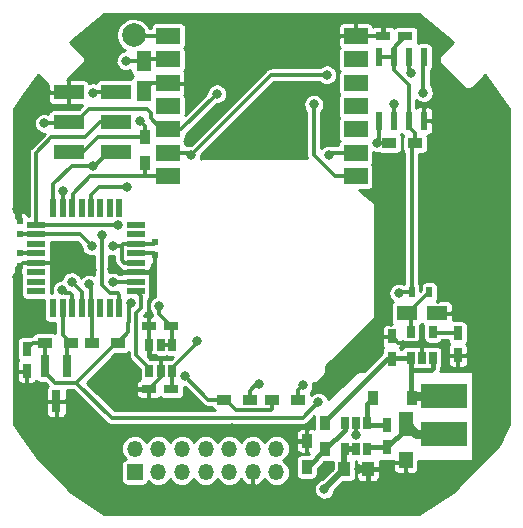
<source format=gtl>
G04 #@! TF.GenerationSoftware,KiCad,Pcbnew,no-vcs-found-d4e41c4~58~ubuntu16.04.1*
G04 #@! TF.CreationDate,2017-05-10T09:39:16+03:00*
G04 #@! TF.ProjectId,livolo_1_channel_1way_eu_switch,6C69766F6C6F5F315F6368616E6E656C,rev?*
G04 #@! TF.FileFunction,Copper,L1,Top,Signal*
G04 #@! TF.FilePolarity,Positive*
%FSLAX46Y46*%
G04 Gerber Fmt 4.6, Leading zero omitted, Abs format (unit mm)*
G04 Created by KiCad (PCBNEW no-vcs-found-d4e41c4~58~ubuntu16.04.1) date Wed May 10 09:39:16 2017*
%MOMM*%
%LPD*%
G01*
G04 APERTURE LIST*
%ADD10C,0.100000*%
%ADD11R,1.200000X0.900000*%
%ADD12R,1.000000X1.250000*%
%ADD13R,4.000000X2.000000*%
%ADD14R,1.200000X2.000000*%
%ADD15R,1.200000X1.400000*%
%ADD16R,0.900000X1.200000*%
%ADD17R,0.650000X1.060000*%
%ADD18R,2.500000X1.270000*%
%ADD19R,1.750000X1.260000*%
%ADD20R,1.200000X0.750000*%
%ADD21R,0.500000X0.600000*%
%ADD22R,0.750000X1.200000*%
%ADD23R,0.550000X1.600000*%
%ADD24R,1.600000X0.550000*%
%ADD25C,1.998980*%
%ADD26R,1.998980X1.399540*%
%ADD27R,0.600000X1.550000*%
%ADD28R,0.800000X1.900000*%
%ADD29R,0.500000X0.900000*%
%ADD30R,1.260000X1.750000*%
%ADD31O,1.350000X1.350000*%
%ADD32R,1.350000X1.350000*%
%ADD33C,0.800000*%
%ADD34C,0.300000*%
%ADD35C,0.450000*%
%ADD36C,0.800000*%
%ADD37C,0.500000*%
%ADD38C,0.254000*%
G04 APERTURE END LIST*
D10*
D11*
X130200000Y-98600000D03*
X128000000Y-98600000D03*
D12*
X149400000Y-109300000D03*
X151400000Y-109300000D03*
D13*
X157800000Y-103050000D03*
X157800000Y-106300000D03*
D14*
X154600000Y-105500000D03*
D15*
X154600000Y-108500000D03*
D16*
X146200000Y-109100000D03*
X146200000Y-106900000D03*
D17*
X150400000Y-107600000D03*
X151350000Y-107600000D03*
X149450000Y-107600000D03*
X149450000Y-105400000D03*
X150400000Y-105400000D03*
X151350000Y-105400000D03*
D18*
X126050000Y-82440000D03*
X126050000Y-79900000D03*
X126050000Y-77360000D03*
X130050000Y-77360000D03*
X130050000Y-79900000D03*
X130050000Y-82400000D03*
D19*
X154675000Y-96092000D03*
X157225000Y-96092000D03*
D11*
X124034000Y-98588000D03*
X126234000Y-98588000D03*
D20*
X152675000Y-72600000D03*
X154575000Y-72600000D03*
D21*
X121900000Y-92050000D03*
X121900000Y-90950000D03*
X121900000Y-88250000D03*
X121900000Y-89350000D03*
X133400000Y-90050000D03*
X133400000Y-91150000D03*
D22*
X153400000Y-99950000D03*
X153400000Y-98050000D03*
X159000000Y-99650000D03*
X159000000Y-97750000D03*
X153000000Y-107450000D03*
X153000000Y-105550000D03*
D20*
X134750000Y-102500000D03*
X132850000Y-102500000D03*
X132850000Y-97200000D03*
X134750000Y-97200000D03*
D16*
X155150000Y-103300000D03*
X151850000Y-103300000D03*
D23*
X130350000Y-95650000D03*
X129550000Y-95650000D03*
X128750000Y-95650000D03*
X127950000Y-95650000D03*
X127150000Y-95650000D03*
X126350000Y-95650000D03*
X125550000Y-95650000D03*
X124750000Y-95650000D03*
D24*
X123300000Y-94200000D03*
X123300000Y-93400000D03*
X123300000Y-92600000D03*
X123300000Y-91800000D03*
X123300000Y-91000000D03*
X123300000Y-90200000D03*
X123300000Y-89400000D03*
X123300000Y-88600000D03*
D23*
X124750000Y-87150000D03*
X125550000Y-87150000D03*
X126350000Y-87150000D03*
X127150000Y-87150000D03*
X127950000Y-87150000D03*
X128750000Y-87150000D03*
X129550000Y-87150000D03*
X130350000Y-87150000D03*
D24*
X131800000Y-88600000D03*
X131800000Y-89400000D03*
X131800000Y-90200000D03*
X131800000Y-91000000D03*
X131800000Y-91800000D03*
X131800000Y-92600000D03*
X131800000Y-93400000D03*
X131800000Y-94200000D03*
D25*
X131550000Y-72550000D03*
D16*
X147800000Y-107600000D03*
X147800000Y-105400000D03*
X132500000Y-81200000D03*
X132500000Y-83400000D03*
D11*
X141400000Y-103400000D03*
X139200000Y-103400000D03*
X143300000Y-103400000D03*
X145500000Y-103400000D03*
D17*
X155000000Y-97650000D03*
X156900000Y-97650000D03*
X156900000Y-99850000D03*
X155950000Y-99850000D03*
X155000000Y-99850000D03*
X133850000Y-98750000D03*
X132900000Y-98750000D03*
X134800000Y-98750000D03*
X134800000Y-100950000D03*
X133850000Y-100950000D03*
X132900000Y-100950000D03*
D26*
X134499800Y-72598780D03*
X134471860Y-74600300D03*
X134471860Y-76599280D03*
X134471860Y-78550000D03*
X134471860Y-80500720D03*
X134471860Y-82499700D03*
X134471860Y-84501220D03*
X150372260Y-84501220D03*
X150372260Y-82499700D03*
X150372260Y-80500720D03*
X150372260Y-78550000D03*
X150372260Y-76599280D03*
X150372260Y-74600300D03*
X150372260Y-72598780D03*
D22*
X122500000Y-99100000D03*
X122500000Y-101000000D03*
D11*
X153200000Y-81700000D03*
X155400000Y-81700000D03*
D27*
X152300000Y-74400000D03*
X153570000Y-74400000D03*
X154840000Y-74400000D03*
X156110000Y-74400000D03*
X156110000Y-79800000D03*
X154840000Y-79800000D03*
X153570000Y-79800000D03*
X152300000Y-79800000D03*
D28*
X125000000Y-103550000D03*
X124050000Y-100550000D03*
X125950000Y-100550000D03*
D29*
X156600000Y-94300000D03*
X155100000Y-94300000D03*
D30*
X132400000Y-77275000D03*
X132400000Y-74725000D03*
D31*
X143650000Y-107550000D03*
X143650000Y-109550000D03*
X141650000Y-107550000D03*
X141650000Y-109550000D03*
X139650000Y-107550000D03*
X139650000Y-109550000D03*
X137650000Y-107550000D03*
X137650000Y-109550000D03*
X135650000Y-107550000D03*
X135650000Y-109550000D03*
X133650000Y-107550000D03*
X133650000Y-109550000D03*
X131650000Y-107550000D03*
D32*
X131650000Y-109550000D03*
D33*
X147200000Y-103600000D03*
X132100000Y-79800000D03*
X154000000Y-94400000D03*
X131325001Y-95202310D03*
X133700010Y-95500000D03*
X130900000Y-74700000D03*
X129850010Y-90400000D03*
X127999989Y-90400000D03*
X139900000Y-105800000D03*
X121700000Y-87300004D03*
X128007994Y-92400000D03*
X129708005Y-92352866D03*
X121700004Y-93000000D03*
X150600002Y-109300000D03*
X150400000Y-106369998D03*
X127786691Y-93623201D03*
X128100000Y-77400000D03*
X147700000Y-111000000D03*
X136900000Y-98400000D03*
X146800000Y-78400000D03*
X153600000Y-78400000D03*
X128100000Y-83600006D03*
X155030609Y-75733513D03*
X136398952Y-82698952D03*
X147900000Y-75900000D03*
X130219337Y-88650002D03*
X156100000Y-77400000D03*
X138600000Y-77500000D03*
X124000000Y-80000000D03*
X125600000Y-85700000D03*
X145900000Y-102200000D03*
X142199944Y-102100000D03*
X148072759Y-82700000D03*
X128900006Y-89450010D03*
X129799990Y-93449025D03*
X135885951Y-101414049D03*
X126300000Y-93400000D03*
X125493191Y-94147720D03*
X131000000Y-85400000D03*
X152156138Y-81645958D03*
D34*
X155400000Y-81700000D02*
X155400000Y-80835000D01*
X155400000Y-80835000D02*
X154840000Y-80275000D01*
X154840000Y-80275000D02*
X154840000Y-79800000D01*
X153570000Y-75475000D02*
X154840000Y-76745000D01*
X153570000Y-74400000D02*
X153570000Y-75475000D01*
X154840000Y-76745000D02*
X154840000Y-79800000D01*
X153570000Y-74400000D02*
X153570000Y-73605000D01*
X153570000Y-73605000D02*
X154575000Y-72600000D01*
X152300000Y-74400000D02*
X153570000Y-74400000D01*
X145861280Y-104938720D02*
X147200000Y-103600000D01*
X129688718Y-104938720D02*
X145861280Y-104938720D01*
X126699999Y-101950001D02*
X129688718Y-104938720D01*
X124034000Y-98588000D02*
X123012000Y-98588000D01*
X123012000Y-98588000D02*
X122500000Y-99100000D01*
X129850010Y-90400000D02*
X130500000Y-90400000D01*
X130500000Y-90400000D02*
X130700000Y-90200000D01*
X132500000Y-81200000D02*
X132499999Y-80199999D01*
X132499999Y-80199999D02*
X132100000Y-79800000D01*
X126050000Y-82440000D02*
X127260000Y-82440000D01*
X127260000Y-82440000D02*
X128500000Y-81200000D01*
X128500000Y-81200000D02*
X132500000Y-81200000D01*
X123300000Y-89400000D02*
X121950000Y-89400000D01*
X121950000Y-89400000D02*
X121900000Y-89350000D01*
X130200000Y-98600000D02*
X131100000Y-97700000D01*
X131100000Y-97700000D02*
X131100000Y-96875002D01*
X131100000Y-96875002D02*
X131125001Y-96850001D01*
X131125001Y-96850001D02*
X131125001Y-95402310D01*
X131125001Y-95402310D02*
X131325001Y-95202310D01*
X155100000Y-94300000D02*
X154100000Y-94300000D01*
X154100000Y-94300000D02*
X154000000Y-94400000D01*
X134800000Y-98750000D02*
X133850000Y-98750000D01*
X134800000Y-98750000D02*
X134800000Y-97250000D01*
X134800000Y-97250000D02*
X134750000Y-97200000D01*
X133700010Y-95500000D02*
X133700010Y-96150010D01*
X133700010Y-96150010D02*
X134750000Y-97200000D01*
X130900000Y-74700000D02*
X132375000Y-74700000D01*
X132375000Y-74700000D02*
X132400000Y-74725000D01*
X155100000Y-94300000D02*
X155100000Y-82000000D01*
X155100000Y-82000000D02*
X155400000Y-81700000D01*
X124050000Y-100550000D02*
X124050000Y-101100000D01*
X124050000Y-101100000D02*
X124900001Y-101950001D01*
X124900001Y-101950001D02*
X126699999Y-101950001D01*
X126699999Y-101950001D02*
X130050000Y-98600000D01*
X130050000Y-98600000D02*
X130200000Y-98600000D01*
X130758002Y-91800000D02*
X131800000Y-91800000D01*
X130549999Y-90350001D02*
X130549999Y-91591997D01*
X130549999Y-91591997D02*
X130758002Y-91800000D01*
X123300000Y-89400000D02*
X126999989Y-89400000D01*
X126999989Y-89400000D02*
X127999989Y-90400000D01*
X131800000Y-90200000D02*
X130700000Y-90200000D01*
X130700000Y-90200000D02*
X130549999Y-90350001D01*
X124050000Y-100550000D02*
X124050000Y-98604000D01*
X124050000Y-98604000D02*
X124034000Y-98588000D01*
X131800000Y-91800000D02*
X131874999Y-91874999D01*
X154390000Y-72785000D02*
X154575000Y-72600000D01*
X133400000Y-90050000D02*
X133250000Y-90200000D01*
X133250000Y-90200000D02*
X131800000Y-90200000D01*
X134471860Y-74600300D02*
X132524700Y-74600300D01*
X132524700Y-74600300D02*
X132400000Y-74725000D01*
X123300000Y-91800000D02*
X122150000Y-91800000D01*
X122150000Y-91800000D02*
X121900000Y-92050000D01*
X121700000Y-87300004D02*
X121700000Y-88050000D01*
X121700000Y-88050000D02*
X121900000Y-88250000D01*
X121700004Y-93000000D02*
X121700004Y-92249996D01*
X121700004Y-92249996D02*
X121900000Y-92050000D01*
X151400000Y-109300000D02*
X152400000Y-109300000D01*
X152400000Y-109300000D02*
X152900000Y-108800000D01*
X152900000Y-108800000D02*
X154300000Y-108800000D01*
X154300000Y-108800000D02*
X154600000Y-108500000D01*
X123300000Y-91800000D02*
X127407994Y-91800000D01*
X131800000Y-92600000D02*
X129955139Y-92600000D01*
X127407994Y-91800000D02*
X128007994Y-92400000D01*
X129955139Y-92600000D02*
X129708005Y-92352866D01*
X155950000Y-99850000D02*
X155950000Y-99020000D01*
X155950000Y-99020000D02*
X155560001Y-98630001D01*
X153980001Y-98630001D02*
X153400000Y-98050000D01*
X155560001Y-98630001D02*
X153980001Y-98630001D01*
X121700000Y-92999996D02*
X121700004Y-93000000D01*
X150600002Y-109300000D02*
X151400000Y-109300000D01*
X150400000Y-105400000D02*
X150400000Y-106369998D01*
X132850000Y-97200000D02*
X132850000Y-95035002D01*
X133050001Y-92750001D02*
X132900000Y-92600000D01*
X132850000Y-95035002D02*
X133050001Y-94835001D01*
X133050001Y-94835001D02*
X133050001Y-92750001D01*
X133850000Y-100950000D02*
X133850000Y-100120000D01*
X133850000Y-100120000D02*
X133460001Y-99730001D01*
X133460001Y-99730001D02*
X133050001Y-99730001D01*
X133050001Y-99730001D02*
X132900000Y-99580000D01*
X132900000Y-99580000D02*
X132900000Y-98750000D01*
X132850000Y-102500000D02*
X133850000Y-101500000D01*
X133850000Y-101500000D02*
X133850000Y-100950000D01*
X132850000Y-97200000D02*
X132850000Y-98700000D01*
X132850000Y-98700000D02*
X132900000Y-98750000D01*
X131800000Y-92600000D02*
X132900000Y-92600000D01*
X132900000Y-92600000D02*
X133400000Y-92100000D01*
X133400000Y-92100000D02*
X133400000Y-91150000D01*
X133400000Y-91150000D02*
X133250000Y-91000000D01*
X133250000Y-91000000D02*
X131800000Y-91000000D01*
X132400000Y-77275000D02*
X132400000Y-77030000D01*
X134471860Y-76599280D02*
X133075720Y-76599280D01*
X133075720Y-76599280D02*
X132400000Y-77275000D01*
X123300000Y-91000000D02*
X121950000Y-91000000D01*
X121950000Y-91000000D02*
X121900000Y-90950000D01*
X159000000Y-97750000D02*
X157000000Y-97750000D01*
X157000000Y-97750000D02*
X156900000Y-97650000D01*
D35*
X147800000Y-105400000D02*
X147800000Y-105200000D01*
X147800000Y-105200000D02*
X153050000Y-99950000D01*
X153050000Y-99950000D02*
X153400000Y-99950000D01*
X156900000Y-99850000D02*
X156900000Y-100680000D01*
X156900000Y-100680000D02*
X156800001Y-100779999D01*
X156800001Y-100779999D02*
X156800001Y-100800001D01*
X156695001Y-100905001D02*
X155204999Y-100905001D01*
X156800001Y-100800001D02*
X156695001Y-100905001D01*
X155204999Y-100905001D02*
X155199998Y-100900000D01*
X155199998Y-100900000D02*
X155100000Y-100900000D01*
X155100000Y-100900000D02*
X155000000Y-100800000D01*
X155000000Y-99850000D02*
X155000000Y-100800000D01*
X155000000Y-100800000D02*
X155000000Y-103150000D01*
X155000000Y-103150000D02*
X155150000Y-103300000D01*
X155000000Y-99850000D02*
X153500000Y-99850000D01*
X153500000Y-99850000D02*
X153400000Y-99950000D01*
D36*
X157800000Y-103050000D02*
X155400000Y-103050000D01*
D35*
X155400000Y-103050000D02*
X155150000Y-103300000D01*
D34*
X127950000Y-95650000D02*
X127950000Y-93786510D01*
X127950000Y-93786510D02*
X127786691Y-93623201D01*
X128000000Y-95700000D02*
X127950000Y-95650000D01*
X128000000Y-98600000D02*
X128000000Y-95700000D01*
X130050000Y-77360000D02*
X128140000Y-77360000D01*
X128140000Y-77360000D02*
X128100000Y-77400000D01*
D35*
X153000000Y-107450000D02*
X151500000Y-107450000D01*
X151500000Y-107450000D02*
X151350000Y-107600000D01*
X153000000Y-107450000D02*
X154600000Y-105850000D01*
X154600000Y-105850000D02*
X154600000Y-105500000D01*
D36*
X157800000Y-106300000D02*
X155500000Y-106300000D01*
X155500000Y-106300000D02*
X154700000Y-105500000D01*
D35*
X154700000Y-105500000D02*
X154600000Y-105500000D01*
X151350000Y-105400000D02*
X151350000Y-103800000D01*
X151350000Y-103800000D02*
X151850000Y-103300000D01*
X153000000Y-105550000D02*
X151500000Y-105550000D01*
X151500000Y-105550000D02*
X151350000Y-105400000D01*
D37*
X149400000Y-109300000D02*
X147700000Y-111000000D01*
X150400000Y-107600000D02*
X149450000Y-107600000D01*
X149400000Y-109300000D02*
X149400000Y-107650000D01*
X149400000Y-107650000D02*
X149450000Y-107600000D01*
D34*
X134800000Y-100950000D02*
X134800000Y-102450000D01*
X134800000Y-102450000D02*
X134750000Y-102500000D01*
X134800000Y-100950000D02*
X134800000Y-100745000D01*
X134800000Y-100745000D02*
X136900000Y-98645000D01*
X136900000Y-98645000D02*
X136900000Y-98400000D01*
X150372260Y-84501220D02*
X148615977Y-84501220D01*
X148615977Y-84501220D02*
X146800000Y-82685243D01*
X146800000Y-82685243D02*
X146800000Y-78400000D01*
X153570000Y-79800000D02*
X153570000Y-80275000D01*
X153570000Y-79800000D02*
X153570000Y-78430000D01*
X153570000Y-78430000D02*
X153600000Y-78400000D01*
X128234994Y-83600006D02*
X128100000Y-83600006D01*
X126299994Y-83600006D02*
X128100000Y-83600006D01*
X124750000Y-85150000D02*
X126299994Y-83600006D01*
X124750000Y-87150000D02*
X124750000Y-85150000D01*
X130050000Y-82400000D02*
X129435000Y-82400000D01*
X129435000Y-82400000D02*
X128234994Y-83600006D01*
X150372260Y-84501220D02*
X149501220Y-84501220D01*
X154840000Y-75542904D02*
X155030609Y-75733513D01*
X154840000Y-74400000D02*
X154840000Y-75542904D01*
X136199700Y-82499700D02*
X136398952Y-82698952D01*
X143197904Y-75900000D02*
X136398952Y-82698952D01*
X147900000Y-75900000D02*
X143197904Y-75900000D01*
X134471860Y-82499700D02*
X136199700Y-82499700D01*
X130050000Y-79900000D02*
X128745002Y-79900000D01*
X128745002Y-79900000D02*
X127445002Y-81200000D01*
X127445002Y-81200000D02*
X124594998Y-81200000D01*
X124594998Y-81200000D02*
X123300000Y-82494998D01*
X123300000Y-82494998D02*
X123300000Y-88600000D01*
X123300000Y-88600000D02*
X130169335Y-88600000D01*
X130169335Y-88600000D02*
X130219337Y-88650002D01*
X134471860Y-82499700D02*
X134913102Y-82499700D01*
X123300000Y-88600000D02*
X123458002Y-88600000D01*
X123458002Y-88600000D02*
X123300000Y-88441998D01*
X156100000Y-77400000D02*
X156100000Y-74410000D01*
X156100000Y-74410000D02*
X156110000Y-74400000D01*
X134471860Y-80500720D02*
X133913318Y-80500720D01*
X133913318Y-80500720D02*
X133000000Y-79587402D01*
X133000000Y-79587402D02*
X133000000Y-79100000D01*
X133000000Y-79100000D02*
X132700000Y-78800000D01*
X132700000Y-78800000D02*
X127765000Y-78800000D01*
X127765000Y-78800000D02*
X126665000Y-79900000D01*
X126665000Y-79900000D02*
X126050000Y-79900000D01*
X135599280Y-80500720D02*
X138600000Y-77500000D01*
X134471860Y-80500720D02*
X135599280Y-80500720D01*
X124000000Y-80000000D02*
X125950000Y-80000000D01*
X125950000Y-80000000D02*
X126050000Y-79900000D01*
X125550000Y-87150000D02*
X125550000Y-85750000D01*
X125550000Y-85750000D02*
X125600000Y-85700000D01*
X145500000Y-103400000D02*
X145500000Y-102600000D01*
X145500000Y-102600000D02*
X145900000Y-102200000D01*
X141950000Y-102100000D02*
X142199944Y-102100000D01*
X141400000Y-102650000D02*
X141950000Y-102100000D01*
X141400000Y-103400000D02*
X141400000Y-102650000D01*
X150372260Y-82499700D02*
X148273059Y-82499700D01*
X148273059Y-82499700D02*
X148072759Y-82700000D01*
X130350000Y-95650000D02*
X130350000Y-94550000D01*
X130350000Y-94550000D02*
X130199999Y-94399999D01*
X130199999Y-94399999D02*
X129532117Y-94399999D01*
X129532117Y-94399999D02*
X128858004Y-93725886D01*
X128858004Y-93725886D02*
X128858004Y-89492012D01*
X128858004Y-89492012D02*
X128900006Y-89450010D01*
X132900000Y-100950000D02*
X132900000Y-100745000D01*
X131799999Y-99644999D02*
X131799999Y-96055906D01*
X132199989Y-95655916D02*
X132199989Y-94599989D01*
X131799999Y-96055906D02*
X132199989Y-95655916D01*
X132900000Y-100745000D02*
X131799999Y-99644999D01*
X132199989Y-94599989D02*
X131800000Y-94200000D01*
X129849015Y-93400000D02*
X129799990Y-93449025D01*
X131800000Y-93400000D02*
X129849015Y-93400000D01*
X137871902Y-103400000D02*
X135885951Y-101414049D01*
X139200000Y-103400000D02*
X137871902Y-103400000D01*
X143300000Y-103400000D02*
X143300000Y-104150000D01*
X143300000Y-104150000D02*
X143149999Y-104300001D01*
X143149999Y-104300001D02*
X140250001Y-104300001D01*
X140250001Y-104300001D02*
X139350000Y-103400000D01*
X139350000Y-103400000D02*
X139200000Y-103400000D01*
X134499800Y-72598780D02*
X131598780Y-72598780D01*
X131598780Y-72598780D02*
X131550000Y-72550000D01*
X146200000Y-109100000D02*
X146300000Y-109100000D01*
D35*
X146300000Y-109100000D02*
X147800000Y-107600000D01*
X147800000Y-107600000D02*
X147800000Y-107400000D01*
X149450000Y-105400000D02*
X149450000Y-105950000D01*
X149450000Y-105950000D02*
X147800000Y-107600000D01*
D34*
X127150000Y-95650000D02*
X127150000Y-94250000D01*
X127150000Y-94250000D02*
X126300000Y-93400000D01*
X126199999Y-94399999D02*
X125745470Y-94399999D01*
X126350000Y-95650000D02*
X126350000Y-94550000D01*
X126350000Y-94550000D02*
X126199999Y-94399999D01*
X125745470Y-94399999D02*
X125493191Y-94147720D01*
X125550000Y-97904000D02*
X126234000Y-98588000D01*
X125550000Y-95650000D02*
X125550000Y-97904000D01*
X125950000Y-100550000D02*
X125950000Y-98872000D01*
X125950000Y-98872000D02*
X126234000Y-98588000D01*
X126350000Y-87150000D02*
X126424999Y-87075001D01*
X126424999Y-87075001D02*
X126424999Y-85975001D01*
X132498780Y-84500000D02*
X132500000Y-84501220D01*
X126424999Y-85975001D02*
X127900000Y-84500000D01*
X127900000Y-84500000D02*
X132498780Y-84500000D01*
X132500000Y-84501220D02*
X134471860Y-84501220D01*
X132500000Y-83400000D02*
X132500000Y-84501220D01*
X152300000Y-79800000D02*
X152300000Y-81502096D01*
X152300000Y-81502096D02*
X152156138Y-81645958D01*
X128600000Y-85400000D02*
X131000000Y-85400000D01*
X127950000Y-86050000D02*
X128600000Y-85400000D01*
X127950000Y-87150000D02*
X127950000Y-86050000D01*
X152210180Y-81700000D02*
X152156138Y-81645958D01*
X153200000Y-81700000D02*
X152210180Y-81700000D01*
X153120000Y-81620000D02*
X153200000Y-81700000D01*
X154675000Y-96092000D02*
X154808000Y-96092000D01*
X154808000Y-96092000D02*
X156600000Y-94300000D01*
X155000000Y-97650000D02*
X155000000Y-96417000D01*
X155000000Y-96417000D02*
X154675000Y-96092000D01*
D38*
G36*
X158617157Y-73137745D02*
X157526919Y-74229830D01*
X157495614Y-74268008D01*
X157464009Y-74305942D01*
X157463017Y-74307762D01*
X157461703Y-74309364D01*
X157438398Y-74352915D01*
X157414774Y-74396245D01*
X157414155Y-74398220D01*
X157413177Y-74400048D01*
X157398790Y-74447251D01*
X157384017Y-74494391D01*
X157383793Y-74496454D01*
X157383190Y-74498432D01*
X157378246Y-74547512D01*
X157372909Y-74596642D01*
X157373090Y-74598706D01*
X157372882Y-74600766D01*
X157377573Y-74649950D01*
X157381873Y-74699102D01*
X157382450Y-74701088D01*
X157382647Y-74703154D01*
X157396805Y-74750498D01*
X157410568Y-74797871D01*
X157411522Y-74799711D01*
X157412115Y-74801695D01*
X157435185Y-74845361D01*
X157457901Y-74889185D01*
X157459193Y-74890803D01*
X157460161Y-74892636D01*
X157491259Y-74930972D01*
X157522068Y-74969566D01*
X157524875Y-74972412D01*
X157524956Y-74972512D01*
X157525053Y-74972593D01*
X157527235Y-74974805D01*
X159526215Y-76973786D01*
X159564537Y-77005263D01*
X159602642Y-77037011D01*
X159604264Y-77037896D01*
X159605693Y-77039069D01*
X159649445Y-77062529D01*
X159692945Y-77086246D01*
X159694705Y-77086798D01*
X159696336Y-77087672D01*
X159743811Y-77102186D01*
X159791091Y-77117003D01*
X159792927Y-77117202D01*
X159794695Y-77117743D01*
X159844081Y-77122760D01*
X159893342Y-77128111D01*
X159895181Y-77127950D01*
X159897020Y-77128137D01*
X159946445Y-77123465D01*
X159995802Y-77119147D01*
X159997574Y-77118632D01*
X159999417Y-77118458D01*
X160047003Y-77104272D01*
X160094571Y-77090452D01*
X160096211Y-77089602D01*
X160097982Y-77089074D01*
X160141903Y-77065917D01*
X160185885Y-77043119D01*
X160187326Y-77041969D01*
X160188964Y-77041105D01*
X160227565Y-77009846D01*
X160266266Y-76978952D01*
X160268788Y-76976465D01*
X160268895Y-76976378D01*
X160268983Y-76976272D01*
X160271505Y-76973785D01*
X161332691Y-75912600D01*
X163372360Y-78768965D01*
X163372360Y-105476525D01*
X162476417Y-107278338D01*
X158564921Y-111192740D01*
X155738965Y-113074320D01*
X129060095Y-113074320D01*
X126235317Y-111193525D01*
X123943074Y-108875000D01*
X130495693Y-108875000D01*
X130495693Y-110225000D01*
X130504903Y-110318508D01*
X130532178Y-110408423D01*
X130576471Y-110491289D01*
X130636079Y-110563921D01*
X130708711Y-110623529D01*
X130791577Y-110667822D01*
X130881492Y-110695097D01*
X130975000Y-110704307D01*
X132325000Y-110704307D01*
X132418508Y-110695097D01*
X132508423Y-110667822D01*
X132591289Y-110623529D01*
X132663921Y-110563921D01*
X132723529Y-110491289D01*
X132767822Y-110408423D01*
X132794466Y-110320587D01*
X132832575Y-110367313D01*
X133005810Y-110510625D01*
X133203582Y-110617560D01*
X133418358Y-110684045D01*
X133641958Y-110707546D01*
X133865863Y-110687169D01*
X134081547Y-110623690D01*
X134280793Y-110519526D01*
X134456012Y-110378647D01*
X134600531Y-110206416D01*
X134649858Y-110116691D01*
X134690475Y-110193081D01*
X134832575Y-110367313D01*
X135005810Y-110510625D01*
X135203582Y-110617560D01*
X135418358Y-110684045D01*
X135641958Y-110707546D01*
X135865863Y-110687169D01*
X136081547Y-110623690D01*
X136280793Y-110519526D01*
X136456012Y-110378647D01*
X136600531Y-110206416D01*
X136649858Y-110116691D01*
X136690475Y-110193081D01*
X136832575Y-110367313D01*
X137005810Y-110510625D01*
X137203582Y-110617560D01*
X137418358Y-110684045D01*
X137641958Y-110707546D01*
X137865863Y-110687169D01*
X138081547Y-110623690D01*
X138280793Y-110519526D01*
X138456012Y-110378647D01*
X138600531Y-110206416D01*
X138649858Y-110116691D01*
X138690475Y-110193081D01*
X138832575Y-110367313D01*
X139005810Y-110510625D01*
X139203582Y-110617560D01*
X139418358Y-110684045D01*
X139641958Y-110707546D01*
X139865863Y-110687169D01*
X140081547Y-110623690D01*
X140280793Y-110519526D01*
X140456012Y-110378647D01*
X140600531Y-110206416D01*
X140651461Y-110113774D01*
X140693690Y-110192323D01*
X140837376Y-110366548D01*
X141012291Y-110509393D01*
X141211713Y-110615369D01*
X141422535Y-110679320D01*
X141602000Y-110581634D01*
X141602000Y-109598000D01*
X141582000Y-109598000D01*
X141582000Y-109502000D01*
X141602000Y-109502000D01*
X141602000Y-109482000D01*
X141698000Y-109482000D01*
X141698000Y-109502000D01*
X141718000Y-109502000D01*
X141718000Y-109598000D01*
X141698000Y-109598000D01*
X141698000Y-110581634D01*
X141877465Y-110679320D01*
X142088287Y-110615369D01*
X142287709Y-110509393D01*
X142462624Y-110366548D01*
X142606310Y-110192323D01*
X142648422Y-110113991D01*
X142690475Y-110193081D01*
X142832575Y-110367313D01*
X143005810Y-110510625D01*
X143203582Y-110617560D01*
X143418358Y-110684045D01*
X143641958Y-110707546D01*
X143865863Y-110687169D01*
X144081547Y-110623690D01*
X144280793Y-110519526D01*
X144456012Y-110378647D01*
X144600531Y-110206416D01*
X144708844Y-110009395D01*
X144776826Y-109795088D01*
X144801888Y-109571658D01*
X144802000Y-109555574D01*
X144802000Y-109544426D01*
X144780060Y-109320668D01*
X144715077Y-109105433D01*
X144609525Y-108906919D01*
X144467425Y-108732687D01*
X144294190Y-108589375D01*
X144221925Y-108550302D01*
X144280793Y-108519526D01*
X144456012Y-108378647D01*
X144600531Y-108206416D01*
X144708844Y-108009395D01*
X144776826Y-107795088D01*
X144801888Y-107571658D01*
X144802000Y-107555574D01*
X144802000Y-107544426D01*
X144780060Y-107320668D01*
X144715077Y-107105433D01*
X144694775Y-107067250D01*
X145273000Y-107067250D01*
X145273000Y-107546980D01*
X145291331Y-107639135D01*
X145327288Y-107725944D01*
X145379490Y-107804069D01*
X145445930Y-107870510D01*
X145524055Y-107922712D01*
X145610864Y-107958669D01*
X145703019Y-107977000D01*
X146032750Y-107977000D01*
X146152000Y-107857750D01*
X146152000Y-106948000D01*
X145392250Y-106948000D01*
X145273000Y-107067250D01*
X144694775Y-107067250D01*
X144609525Y-106906919D01*
X144467425Y-106732687D01*
X144294190Y-106589375D01*
X144096418Y-106482440D01*
X143881642Y-106415955D01*
X143658042Y-106392454D01*
X143434137Y-106412831D01*
X143218453Y-106476310D01*
X143019207Y-106580474D01*
X142843988Y-106721353D01*
X142699469Y-106893584D01*
X142650142Y-106983309D01*
X142609525Y-106906919D01*
X142467425Y-106732687D01*
X142294190Y-106589375D01*
X142096418Y-106482440D01*
X141881642Y-106415955D01*
X141658042Y-106392454D01*
X141434137Y-106412831D01*
X141218453Y-106476310D01*
X141019207Y-106580474D01*
X140843988Y-106721353D01*
X140699469Y-106893584D01*
X140650142Y-106983309D01*
X140609525Y-106906919D01*
X140467425Y-106732687D01*
X140294190Y-106589375D01*
X140096418Y-106482440D01*
X139881642Y-106415955D01*
X139658042Y-106392454D01*
X139434137Y-106412831D01*
X139218453Y-106476310D01*
X139019207Y-106580474D01*
X138843988Y-106721353D01*
X138699469Y-106893584D01*
X138650142Y-106983309D01*
X138609525Y-106906919D01*
X138467425Y-106732687D01*
X138294190Y-106589375D01*
X138096418Y-106482440D01*
X137881642Y-106415955D01*
X137658042Y-106392454D01*
X137434137Y-106412831D01*
X137218453Y-106476310D01*
X137019207Y-106580474D01*
X136843988Y-106721353D01*
X136699469Y-106893584D01*
X136650142Y-106983309D01*
X136609525Y-106906919D01*
X136467425Y-106732687D01*
X136294190Y-106589375D01*
X136096418Y-106482440D01*
X135881642Y-106415955D01*
X135658042Y-106392454D01*
X135434137Y-106412831D01*
X135218453Y-106476310D01*
X135019207Y-106580474D01*
X134843988Y-106721353D01*
X134699469Y-106893584D01*
X134650142Y-106983309D01*
X134609525Y-106906919D01*
X134467425Y-106732687D01*
X134294190Y-106589375D01*
X134096418Y-106482440D01*
X133881642Y-106415955D01*
X133658042Y-106392454D01*
X133434137Y-106412831D01*
X133218453Y-106476310D01*
X133019207Y-106580474D01*
X132843988Y-106721353D01*
X132699469Y-106893584D01*
X132650142Y-106983309D01*
X132609525Y-106906919D01*
X132467425Y-106732687D01*
X132294190Y-106589375D01*
X132096418Y-106482440D01*
X131881642Y-106415955D01*
X131658042Y-106392454D01*
X131434137Y-106412831D01*
X131218453Y-106476310D01*
X131019207Y-106580474D01*
X130843988Y-106721353D01*
X130699469Y-106893584D01*
X130591156Y-107090605D01*
X130523174Y-107304912D01*
X130498112Y-107528342D01*
X130498000Y-107544426D01*
X130498000Y-107555574D01*
X130519940Y-107779332D01*
X130584923Y-107994567D01*
X130690475Y-108193081D01*
X130832575Y-108367313D01*
X130878947Y-108405675D01*
X130791577Y-108432178D01*
X130708711Y-108476471D01*
X130636079Y-108536079D01*
X130576471Y-108608711D01*
X130532178Y-108691577D01*
X130504903Y-108781492D01*
X130495693Y-108875000D01*
X123943074Y-108875000D01*
X123348937Y-108274051D01*
X121978855Y-106253020D01*
X145273000Y-106253020D01*
X145273000Y-106732750D01*
X145392250Y-106852000D01*
X146152000Y-106852000D01*
X146152000Y-105942250D01*
X146032750Y-105823000D01*
X145703019Y-105823000D01*
X145610864Y-105841331D01*
X145524055Y-105877288D01*
X145445930Y-105929490D01*
X145379490Y-105995931D01*
X145327288Y-106074056D01*
X145291331Y-106160865D01*
X145273000Y-106253020D01*
X121978855Y-106253020D01*
X121426700Y-105438527D01*
X121426700Y-103717250D01*
X124123000Y-103717250D01*
X124123000Y-104546980D01*
X124141331Y-104639135D01*
X124177288Y-104725944D01*
X124229490Y-104804069D01*
X124295930Y-104870510D01*
X124374055Y-104922712D01*
X124460864Y-104958669D01*
X124553019Y-104977000D01*
X124832750Y-104977000D01*
X124952000Y-104857750D01*
X124952000Y-103598000D01*
X125048000Y-103598000D01*
X125048000Y-104857750D01*
X125167250Y-104977000D01*
X125446981Y-104977000D01*
X125539136Y-104958669D01*
X125625945Y-104922712D01*
X125704070Y-104870510D01*
X125770510Y-104804069D01*
X125822712Y-104725944D01*
X125858669Y-104639135D01*
X125877000Y-104546980D01*
X125877000Y-103717250D01*
X125757750Y-103598000D01*
X125048000Y-103598000D01*
X124952000Y-103598000D01*
X124242250Y-103598000D01*
X124123000Y-103717250D01*
X121426700Y-103717250D01*
X121426700Y-101167250D01*
X121648000Y-101167250D01*
X121648000Y-101646980D01*
X121666331Y-101739135D01*
X121702288Y-101825944D01*
X121754490Y-101904069D01*
X121820930Y-101970510D01*
X121899055Y-102022712D01*
X121985864Y-102058669D01*
X122078019Y-102077000D01*
X122332750Y-102077000D01*
X122452000Y-101957750D01*
X122452000Y-101048000D01*
X121767250Y-101048000D01*
X121648000Y-101167250D01*
X121426700Y-101167250D01*
X121426700Y-92773808D01*
X121510864Y-92808669D01*
X121603019Y-92827000D01*
X121732750Y-92827000D01*
X121852000Y-92707750D01*
X121852000Y-92098000D01*
X121832000Y-92098000D01*
X121832000Y-92002000D01*
X121852000Y-92002000D01*
X121852000Y-91982000D01*
X121948000Y-91982000D01*
X121948000Y-92002000D01*
X121968000Y-92002000D01*
X121968000Y-92098000D01*
X121948000Y-92098000D01*
X121948000Y-92707750D01*
X122020693Y-92780443D01*
X122020693Y-92875000D01*
X122029903Y-92968508D01*
X122039456Y-93000000D01*
X122029903Y-93031492D01*
X122020693Y-93125000D01*
X122020693Y-93675000D01*
X122029903Y-93768508D01*
X122039456Y-93800000D01*
X122029903Y-93831492D01*
X122020693Y-93925000D01*
X122020693Y-94475000D01*
X122029903Y-94568508D01*
X122057178Y-94658423D01*
X122101471Y-94741289D01*
X122161079Y-94813921D01*
X122233711Y-94873529D01*
X122316577Y-94917822D01*
X122406492Y-94945097D01*
X122500000Y-94954307D01*
X123995693Y-94954307D01*
X123995693Y-96450000D01*
X124004903Y-96543508D01*
X124032178Y-96633423D01*
X124076471Y-96716289D01*
X124136079Y-96788921D01*
X124208711Y-96848529D01*
X124291577Y-96892822D01*
X124381492Y-96920097D01*
X124475000Y-96929307D01*
X124923000Y-96929307D01*
X124923000Y-97758110D01*
X124900289Y-97739471D01*
X124817423Y-97695178D01*
X124727508Y-97667903D01*
X124634000Y-97658693D01*
X123434000Y-97658693D01*
X123340492Y-97667903D01*
X123250577Y-97695178D01*
X123167711Y-97739471D01*
X123095079Y-97799079D01*
X123035471Y-97871711D01*
X122991178Y-97954577D01*
X122988532Y-97963301D01*
X122954308Y-97966657D01*
X122896662Y-97971700D01*
X122893499Y-97972619D01*
X122890215Y-97972941D01*
X122834790Y-97989675D01*
X122779152Y-98005839D01*
X122776221Y-98007358D01*
X122773069Y-98008310D01*
X122749780Y-98020693D01*
X122125000Y-98020693D01*
X122031492Y-98029903D01*
X121941577Y-98057178D01*
X121858711Y-98101471D01*
X121786079Y-98161079D01*
X121726471Y-98233711D01*
X121682178Y-98316577D01*
X121654903Y-98406492D01*
X121645693Y-98500000D01*
X121645693Y-99700000D01*
X121654903Y-99793508D01*
X121682178Y-99883423D01*
X121726471Y-99966289D01*
X121786079Y-100038921D01*
X121800041Y-100050379D01*
X121754490Y-100095931D01*
X121702288Y-100174056D01*
X121666331Y-100260865D01*
X121648000Y-100353020D01*
X121648000Y-100832750D01*
X121767250Y-100952000D01*
X122452000Y-100952000D01*
X122452000Y-100932000D01*
X122548000Y-100932000D01*
X122548000Y-100952000D01*
X122568000Y-100952000D01*
X122568000Y-101048000D01*
X122548000Y-101048000D01*
X122548000Y-101957750D01*
X122667250Y-102077000D01*
X122921981Y-102077000D01*
X123014136Y-102058669D01*
X123100945Y-102022712D01*
X123179070Y-101970510D01*
X123245510Y-101904069D01*
X123297712Y-101825944D01*
X123298623Y-101823744D01*
X123311079Y-101838921D01*
X123383711Y-101898529D01*
X123466577Y-101942822D01*
X123556492Y-101970097D01*
X123650000Y-101979307D01*
X124042595Y-101979307D01*
X124294354Y-102231066D01*
X124229490Y-102295931D01*
X124177288Y-102374056D01*
X124141331Y-102460865D01*
X124123000Y-102553020D01*
X124123000Y-103382750D01*
X124242250Y-103502000D01*
X124952000Y-103502000D01*
X124952000Y-103482000D01*
X125048000Y-103482000D01*
X125048000Y-103502000D01*
X125757750Y-103502000D01*
X125877000Y-103382750D01*
X125877000Y-102577001D01*
X126440287Y-102577001D01*
X129245362Y-105382076D01*
X129290123Y-105418843D01*
X129334484Y-105456066D01*
X129337374Y-105457655D01*
X129339921Y-105459747D01*
X129390912Y-105487088D01*
X129441716Y-105515018D01*
X129444864Y-105516017D01*
X129447765Y-105517572D01*
X129503113Y-105534494D01*
X129558357Y-105552019D01*
X129561632Y-105552386D01*
X129564787Y-105553351D01*
X129622462Y-105559209D01*
X129679964Y-105565659D01*
X129686401Y-105565704D01*
X129686530Y-105565717D01*
X129686651Y-105565706D01*
X129688718Y-105565720D01*
X145861280Y-105565720D01*
X145918972Y-105560063D01*
X145976618Y-105555020D01*
X145979781Y-105554101D01*
X145983065Y-105553779D01*
X146038504Y-105537041D01*
X146094127Y-105520881D01*
X146097057Y-105519362D01*
X146100211Y-105518410D01*
X146151324Y-105491233D01*
X146202769Y-105464567D01*
X146205346Y-105462510D01*
X146208257Y-105460962D01*
X146253140Y-105424357D01*
X146298403Y-105388223D01*
X146302990Y-105383699D01*
X146303086Y-105383621D01*
X146303160Y-105383532D01*
X146304636Y-105382076D01*
X146870693Y-104816019D01*
X146870693Y-105875113D01*
X146789136Y-105841331D01*
X146696981Y-105823000D01*
X146367250Y-105823000D01*
X146248000Y-105942250D01*
X146248000Y-106852000D01*
X146268000Y-106852000D01*
X146268000Y-106948000D01*
X146248000Y-106948000D01*
X146248000Y-107857750D01*
X146367250Y-107977000D01*
X146430222Y-107977000D01*
X146386529Y-108020693D01*
X145750000Y-108020693D01*
X145656492Y-108029903D01*
X145566577Y-108057178D01*
X145483711Y-108101471D01*
X145411079Y-108161079D01*
X145351471Y-108233711D01*
X145307178Y-108316577D01*
X145279903Y-108406492D01*
X145270693Y-108500000D01*
X145270693Y-109700000D01*
X145279903Y-109793508D01*
X145307178Y-109883423D01*
X145351471Y-109966289D01*
X145411079Y-110038921D01*
X145483711Y-110098529D01*
X145566577Y-110142822D01*
X145656492Y-110170097D01*
X145750000Y-110179307D01*
X146650000Y-110179307D01*
X146743508Y-110170097D01*
X146833423Y-110142822D01*
X146916289Y-110098529D01*
X146988921Y-110038921D01*
X147048529Y-109966289D01*
X147092822Y-109883423D01*
X147120097Y-109793508D01*
X147129307Y-109700000D01*
X147129307Y-109263471D01*
X147713471Y-108679307D01*
X148250000Y-108679307D01*
X148343508Y-108670097D01*
X148423568Y-108645811D01*
X148420693Y-108675000D01*
X148420693Y-109251173D01*
X147532828Y-110139038D01*
X147451189Y-110154611D01*
X147291724Y-110219039D01*
X147147810Y-110313214D01*
X147024929Y-110433548D01*
X146927761Y-110575458D01*
X146860007Y-110733539D01*
X146824249Y-110901769D01*
X146821848Y-111073741D01*
X146852895Y-111242903D01*
X146916208Y-111402814D01*
X147009376Y-111547382D01*
X147128849Y-111671100D01*
X147270077Y-111769256D01*
X147427681Y-111838112D01*
X147595657Y-111875044D01*
X147767608Y-111878646D01*
X147936984Y-111848780D01*
X148097333Y-111786585D01*
X148242547Y-111694429D01*
X148367097Y-111575822D01*
X148466236Y-111435283D01*
X148536190Y-111278164D01*
X148561538Y-111166596D01*
X149323827Y-110404307D01*
X149900000Y-110404307D01*
X149993508Y-110395097D01*
X150083423Y-110367822D01*
X150166289Y-110323529D01*
X150238921Y-110263921D01*
X150298529Y-110191289D01*
X150342822Y-110108423D01*
X150370097Y-110018508D01*
X150379307Y-109925000D01*
X150379307Y-109467250D01*
X150423000Y-109467250D01*
X150423000Y-109971981D01*
X150441331Y-110064136D01*
X150477288Y-110150945D01*
X150529490Y-110229070D01*
X150595931Y-110295510D01*
X150674056Y-110347712D01*
X150760865Y-110383669D01*
X150853020Y-110402000D01*
X151232750Y-110402000D01*
X151352000Y-110282750D01*
X151352000Y-109348000D01*
X151448000Y-109348000D01*
X151448000Y-110282750D01*
X151567250Y-110402000D01*
X151946980Y-110402000D01*
X152039135Y-110383669D01*
X152125944Y-110347712D01*
X152204069Y-110295510D01*
X152270510Y-110229070D01*
X152322712Y-110150945D01*
X152358669Y-110064136D01*
X152377000Y-109971981D01*
X152377000Y-109467250D01*
X152257750Y-109348000D01*
X151448000Y-109348000D01*
X151352000Y-109348000D01*
X150542250Y-109348000D01*
X150423000Y-109467250D01*
X150379307Y-109467250D01*
X150379307Y-108675000D01*
X150374579Y-108627000D01*
X150423203Y-108627000D01*
X150423000Y-108628019D01*
X150423000Y-109132750D01*
X150542250Y-109252000D01*
X151352000Y-109252000D01*
X151352000Y-109232000D01*
X151448000Y-109232000D01*
X151448000Y-109252000D01*
X152257750Y-109252000D01*
X152377000Y-109132750D01*
X152377000Y-108628019D01*
X152376797Y-108627000D01*
X153563250Y-108627000D01*
X153523000Y-108667250D01*
X153523000Y-109246980D01*
X153541331Y-109339135D01*
X153577288Y-109425944D01*
X153629490Y-109504069D01*
X153695930Y-109570510D01*
X153774055Y-109622712D01*
X153860864Y-109658669D01*
X153953019Y-109677000D01*
X154432750Y-109677000D01*
X154552000Y-109557750D01*
X154552000Y-108627000D01*
X154648000Y-108627000D01*
X154648000Y-109557750D01*
X154767250Y-109677000D01*
X155246981Y-109677000D01*
X155339136Y-109658669D01*
X155425945Y-109622712D01*
X155504070Y-109570510D01*
X155570510Y-109504069D01*
X155622712Y-109425944D01*
X155658669Y-109339135D01*
X155677000Y-109246980D01*
X155677000Y-108667250D01*
X155636750Y-108627000D01*
X160200000Y-108627000D01*
X160248601Y-108617333D01*
X160289803Y-108589803D01*
X160317333Y-108548601D01*
X160327000Y-108500000D01*
X160327000Y-101100000D01*
X160317333Y-101051399D01*
X160289803Y-101010197D01*
X160248601Y-100982667D01*
X160200000Y-100973000D01*
X157536188Y-100973000D01*
X157545233Y-100956547D01*
X157546350Y-100953026D01*
X157548093Y-100949775D01*
X157567049Y-100887776D01*
X157586660Y-100825954D01*
X157587071Y-100822288D01*
X157588151Y-100818756D01*
X157594705Y-100754229D01*
X157601932Y-100689801D01*
X157601982Y-100682588D01*
X157601996Y-100682451D01*
X157601984Y-100682323D01*
X157602000Y-100680000D01*
X157602000Y-100672522D01*
X157623529Y-100646289D01*
X157667822Y-100563423D01*
X157695097Y-100473508D01*
X157704307Y-100380000D01*
X157704307Y-99817250D01*
X158148000Y-99817250D01*
X158148000Y-100296980D01*
X158166331Y-100389135D01*
X158202288Y-100475944D01*
X158254490Y-100554069D01*
X158320930Y-100620510D01*
X158399055Y-100672712D01*
X158485864Y-100708669D01*
X158578019Y-100727000D01*
X158832750Y-100727000D01*
X158952000Y-100607750D01*
X158952000Y-99698000D01*
X159048000Y-99698000D01*
X159048000Y-100607750D01*
X159167250Y-100727000D01*
X159421981Y-100727000D01*
X159514136Y-100708669D01*
X159600945Y-100672712D01*
X159679070Y-100620510D01*
X159745510Y-100554069D01*
X159797712Y-100475944D01*
X159833669Y-100389135D01*
X159852000Y-100296980D01*
X159852000Y-99817250D01*
X159732750Y-99698000D01*
X159048000Y-99698000D01*
X158952000Y-99698000D01*
X158267250Y-99698000D01*
X158148000Y-99817250D01*
X157704307Y-99817250D01*
X157704307Y-99320000D01*
X157695097Y-99226492D01*
X157667822Y-99136577D01*
X157623529Y-99053711D01*
X157563921Y-98981079D01*
X157491289Y-98921471D01*
X157408423Y-98877178D01*
X157318508Y-98849903D01*
X157225000Y-98840693D01*
X156575000Y-98840693D01*
X156481492Y-98849903D01*
X156426684Y-98866529D01*
X156414136Y-98861331D01*
X156321981Y-98843000D01*
X156117250Y-98843000D01*
X155998000Y-98962250D01*
X155998000Y-99802000D01*
X156018000Y-99802000D01*
X156018000Y-99898000D01*
X155998000Y-99898000D01*
X155998000Y-99918000D01*
X155902000Y-99918000D01*
X155902000Y-99898000D01*
X155882000Y-99898000D01*
X155882000Y-99802000D01*
X155902000Y-99802000D01*
X155902000Y-98962250D01*
X155782750Y-98843000D01*
X155578019Y-98843000D01*
X155485864Y-98861331D01*
X155473316Y-98866529D01*
X155418508Y-98849903D01*
X155325000Y-98840693D01*
X154675000Y-98840693D01*
X154581492Y-98849903D01*
X154491577Y-98877178D01*
X154408711Y-98921471D01*
X154336079Y-98981079D01*
X154276471Y-99053711D01*
X154232178Y-99136577D01*
X154228713Y-99148000D01*
X154207892Y-99148000D01*
X154173529Y-99083711D01*
X154113921Y-99011079D01*
X154099959Y-98999621D01*
X154145510Y-98954069D01*
X154197712Y-98875944D01*
X154233669Y-98789135D01*
X154252000Y-98696980D01*
X154252000Y-98400507D01*
X154276471Y-98446289D01*
X154336079Y-98518921D01*
X154408711Y-98578529D01*
X154491577Y-98622822D01*
X154581492Y-98650097D01*
X154675000Y-98659307D01*
X155325000Y-98659307D01*
X155418508Y-98650097D01*
X155508423Y-98622822D01*
X155591289Y-98578529D01*
X155663921Y-98518921D01*
X155723529Y-98446289D01*
X155767822Y-98363423D01*
X155795097Y-98273508D01*
X155804307Y-98180000D01*
X155804307Y-97126934D01*
X155816289Y-97120529D01*
X155888921Y-97060921D01*
X155948529Y-96988289D01*
X155951069Y-96983536D01*
X155979490Y-97026070D01*
X156045931Y-97092510D01*
X156095693Y-97125760D01*
X156095693Y-98180000D01*
X156104903Y-98273508D01*
X156132178Y-98363423D01*
X156176471Y-98446289D01*
X156236079Y-98518921D01*
X156308711Y-98578529D01*
X156391577Y-98622822D01*
X156481492Y-98650097D01*
X156575000Y-98659307D01*
X157225000Y-98659307D01*
X157318508Y-98650097D01*
X157408423Y-98622822D01*
X157491289Y-98578529D01*
X157563921Y-98518921D01*
X157623529Y-98446289D01*
X157660565Y-98377000D01*
X158148352Y-98377000D01*
X158154903Y-98443508D01*
X158182178Y-98533423D01*
X158226471Y-98616289D01*
X158286079Y-98688921D01*
X158300041Y-98700379D01*
X158254490Y-98745931D01*
X158202288Y-98824056D01*
X158166331Y-98910865D01*
X158148000Y-99003020D01*
X158148000Y-99482750D01*
X158267250Y-99602000D01*
X158952000Y-99602000D01*
X158952000Y-99582000D01*
X159048000Y-99582000D01*
X159048000Y-99602000D01*
X159732750Y-99602000D01*
X159852000Y-99482750D01*
X159852000Y-99003020D01*
X159833669Y-98910865D01*
X159797712Y-98824056D01*
X159745510Y-98745931D01*
X159699959Y-98700379D01*
X159713921Y-98688921D01*
X159773529Y-98616289D01*
X159817822Y-98533423D01*
X159845097Y-98443508D01*
X159854307Y-98350000D01*
X159854307Y-97150000D01*
X159845097Y-97056492D01*
X159817822Y-96966577D01*
X159773529Y-96883711D01*
X159713921Y-96811079D01*
X159641289Y-96751471D01*
X159558423Y-96707178D01*
X159468508Y-96679903D01*
X159375000Y-96670693D01*
X158625000Y-96670693D01*
X158577000Y-96675421D01*
X158577000Y-96259250D01*
X158457750Y-96140000D01*
X157273000Y-96140000D01*
X157273000Y-96160000D01*
X157177000Y-96160000D01*
X157177000Y-96140000D01*
X157157000Y-96140000D01*
X157157000Y-96044000D01*
X157177000Y-96044000D01*
X157177000Y-96024000D01*
X157273000Y-96024000D01*
X157273000Y-96044000D01*
X158457750Y-96044000D01*
X158577000Y-95924750D01*
X158577000Y-95415019D01*
X158558669Y-95322864D01*
X158522712Y-95236055D01*
X158470510Y-95157930D01*
X158404069Y-95091490D01*
X158325944Y-95039288D01*
X158239135Y-95003331D01*
X158146980Y-94985000D01*
X157392250Y-94985000D01*
X157273002Y-95104248D01*
X157273002Y-94985000D01*
X157265253Y-94985000D01*
X157292822Y-94933423D01*
X157320097Y-94843508D01*
X157329307Y-94750000D01*
X157329307Y-93850000D01*
X157320097Y-93756492D01*
X157292822Y-93666577D01*
X157248529Y-93583711D01*
X157188921Y-93511079D01*
X157116289Y-93451471D01*
X157033423Y-93407178D01*
X156943508Y-93379903D01*
X156850000Y-93370693D01*
X156350000Y-93370693D01*
X156256492Y-93379903D01*
X156166577Y-93407178D01*
X156083711Y-93451471D01*
X156011079Y-93511079D01*
X155951471Y-93583711D01*
X155907178Y-93666577D01*
X155879903Y-93756492D01*
X155870693Y-93850000D01*
X155870693Y-94142595D01*
X155829307Y-94183981D01*
X155829307Y-93850000D01*
X155820097Y-93756492D01*
X155792822Y-93666577D01*
X155748529Y-93583711D01*
X155727000Y-93557478D01*
X155727000Y-82629307D01*
X156000000Y-82629307D01*
X156093508Y-82620097D01*
X156183423Y-82592822D01*
X156266289Y-82548529D01*
X156338921Y-82488921D01*
X156398529Y-82416289D01*
X156442822Y-82333423D01*
X156470097Y-82243508D01*
X156479307Y-82150000D01*
X156479307Y-81250000D01*
X156470097Y-81156492D01*
X156442822Y-81066577D01*
X156435030Y-81052000D01*
X156456981Y-81052000D01*
X156549136Y-81033669D01*
X156635945Y-80997712D01*
X156714070Y-80945510D01*
X156780510Y-80879069D01*
X156832712Y-80800944D01*
X156868669Y-80714135D01*
X156887000Y-80621980D01*
X156887000Y-79967250D01*
X156767750Y-79848000D01*
X156158000Y-79848000D01*
X156158000Y-79868000D01*
X156062000Y-79868000D01*
X156062000Y-79848000D01*
X156042000Y-79848000D01*
X156042000Y-79752000D01*
X156062000Y-79752000D01*
X156062000Y-78667250D01*
X156158000Y-78667250D01*
X156158000Y-79752000D01*
X156767750Y-79752000D01*
X156887000Y-79632750D01*
X156887000Y-78978020D01*
X156868669Y-78885865D01*
X156832712Y-78799056D01*
X156780510Y-78720931D01*
X156714070Y-78654490D01*
X156635945Y-78602288D01*
X156549136Y-78566331D01*
X156456981Y-78548000D01*
X156277250Y-78548000D01*
X156158000Y-78667250D01*
X156062000Y-78667250D01*
X155942750Y-78548000D01*
X155763019Y-78548000D01*
X155670864Y-78566331D01*
X155584055Y-78602288D01*
X155505930Y-78654490D01*
X155476406Y-78684015D01*
X155467000Y-78676296D01*
X155467000Y-78007053D01*
X155528849Y-78071100D01*
X155670077Y-78169256D01*
X155827681Y-78238112D01*
X155995657Y-78275044D01*
X156167608Y-78278646D01*
X156336984Y-78248780D01*
X156497333Y-78186585D01*
X156642547Y-78094429D01*
X156767097Y-77975822D01*
X156866236Y-77835283D01*
X156936190Y-77678164D01*
X156974294Y-77510449D01*
X156977037Y-77314006D01*
X156943631Y-77145293D01*
X156878091Y-76986281D01*
X156782914Y-76843029D01*
X156727000Y-76786723D01*
X156727000Y-75531911D01*
X156748921Y-75513921D01*
X156808529Y-75441289D01*
X156852822Y-75358423D01*
X156880097Y-75268508D01*
X156889307Y-75175000D01*
X156889307Y-73625000D01*
X156880097Y-73531492D01*
X156852822Y-73441577D01*
X156808529Y-73358711D01*
X156748921Y-73286079D01*
X156676289Y-73226471D01*
X156593423Y-73182178D01*
X156503508Y-73154903D01*
X156410000Y-73145693D01*
X155810000Y-73145693D01*
X155716492Y-73154903D01*
X155626577Y-73182178D01*
X155596544Y-73198231D01*
X155617822Y-73158423D01*
X155645097Y-73068508D01*
X155654307Y-72975000D01*
X155654307Y-72225000D01*
X155645097Y-72131492D01*
X155617822Y-72041577D01*
X155573529Y-71958711D01*
X155513921Y-71886079D01*
X155441289Y-71826471D01*
X155358423Y-71782178D01*
X155268508Y-71754903D01*
X155175000Y-71745693D01*
X153975000Y-71745693D01*
X153881492Y-71754903D01*
X153791577Y-71782178D01*
X153708711Y-71826471D01*
X153636079Y-71886079D01*
X153624621Y-71900041D01*
X153579069Y-71854490D01*
X153500944Y-71802288D01*
X153414135Y-71766331D01*
X153321980Y-71748000D01*
X152842250Y-71748000D01*
X152723000Y-71867250D01*
X152723000Y-72552000D01*
X152743000Y-72552000D01*
X152743000Y-72648000D01*
X152723000Y-72648000D01*
X152723000Y-72668000D01*
X152627000Y-72668000D01*
X152627000Y-72648000D01*
X151730720Y-72648000D01*
X151729500Y-72646780D01*
X150420260Y-72646780D01*
X150420260Y-72666780D01*
X150324260Y-72666780D01*
X150324260Y-72646780D01*
X149015020Y-72646780D01*
X148895770Y-72766030D01*
X148895770Y-73345531D01*
X148914101Y-73437686D01*
X148950058Y-73524495D01*
X149001332Y-73601231D01*
X148974241Y-73634241D01*
X148929948Y-73717107D01*
X148902673Y-73807022D01*
X148893463Y-73900530D01*
X148893463Y-75300070D01*
X148902673Y-75393578D01*
X148929948Y-75483493D01*
X148974241Y-75566359D01*
X149001677Y-75599790D01*
X148974241Y-75633221D01*
X148929948Y-75716087D01*
X148902673Y-75806002D01*
X148893463Y-75899510D01*
X148893463Y-77299050D01*
X148902673Y-77392558D01*
X148929948Y-77482473D01*
X148974241Y-77565339D01*
X148981874Y-77574640D01*
X148974241Y-77583941D01*
X148929948Y-77666807D01*
X148902673Y-77756722D01*
X148893463Y-77850230D01*
X148893463Y-79249770D01*
X148902673Y-79343278D01*
X148929948Y-79433193D01*
X148974241Y-79516059D01*
X148981874Y-79525360D01*
X148974241Y-79534661D01*
X148929948Y-79617527D01*
X148902673Y-79707442D01*
X148893463Y-79800950D01*
X148893463Y-81200490D01*
X148902673Y-81293998D01*
X148929948Y-81383913D01*
X148974241Y-81466779D01*
X149001677Y-81500210D01*
X148974241Y-81533641D01*
X148929948Y-81616507D01*
X148902673Y-81706422D01*
X148893463Y-81799930D01*
X148893463Y-81872700D01*
X148367920Y-81872700D01*
X148333350Y-81858168D01*
X148164874Y-81823585D01*
X147992890Y-81822384D01*
X147823948Y-81854611D01*
X147664483Y-81919039D01*
X147520569Y-82013214D01*
X147427000Y-82104844D01*
X147427000Y-79014006D01*
X147467097Y-78975822D01*
X147566236Y-78835283D01*
X147636190Y-78678164D01*
X147674294Y-78510449D01*
X147677037Y-78314006D01*
X147643631Y-78145293D01*
X147578091Y-77986281D01*
X147482914Y-77843029D01*
X147361725Y-77720991D01*
X147219141Y-77624816D01*
X147060591Y-77558168D01*
X146892115Y-77523585D01*
X146720131Y-77522384D01*
X146551189Y-77554611D01*
X146391724Y-77619039D01*
X146247810Y-77713214D01*
X146124929Y-77833548D01*
X146027761Y-77975458D01*
X145960007Y-78133539D01*
X145924249Y-78301769D01*
X145921848Y-78473741D01*
X145952895Y-78642903D01*
X146016208Y-78802814D01*
X146109376Y-78947382D01*
X146173000Y-79013267D01*
X146173000Y-82685243D01*
X146178657Y-82742935D01*
X146183700Y-82800581D01*
X146184619Y-82803744D01*
X146184941Y-82807028D01*
X146201679Y-82862467D01*
X146217839Y-82918090D01*
X146219358Y-82921020D01*
X146220310Y-82924174D01*
X146246271Y-82973000D01*
X137300000Y-82973000D01*
X137249752Y-82983363D01*
X137224669Y-83000639D01*
X137235142Y-82977116D01*
X137273246Y-82809401D01*
X137274634Y-82709982D01*
X143457616Y-76527000D01*
X147286262Y-76527000D01*
X147328849Y-76571100D01*
X147470077Y-76669256D01*
X147627681Y-76738112D01*
X147795657Y-76775044D01*
X147967608Y-76778646D01*
X148136984Y-76748780D01*
X148297333Y-76686585D01*
X148442547Y-76594429D01*
X148567097Y-76475822D01*
X148666236Y-76335283D01*
X148736190Y-76178164D01*
X148774294Y-76010449D01*
X148777037Y-75814006D01*
X148743631Y-75645293D01*
X148678091Y-75486281D01*
X148582914Y-75343029D01*
X148461725Y-75220991D01*
X148319141Y-75124816D01*
X148160591Y-75058168D01*
X147992115Y-75023585D01*
X147820131Y-75022384D01*
X147651189Y-75054611D01*
X147491724Y-75119039D01*
X147347810Y-75213214D01*
X147286759Y-75273000D01*
X143197904Y-75273000D01*
X143140212Y-75278657D01*
X143082566Y-75283700D01*
X143079403Y-75284619D01*
X143076119Y-75284941D01*
X143020694Y-75301675D01*
X142965056Y-75317839D01*
X142962125Y-75319358D01*
X142958973Y-75320310D01*
X142907878Y-75347477D01*
X142856415Y-75374153D01*
X142853838Y-75376210D01*
X142850927Y-75377758D01*
X142806044Y-75414363D01*
X142760781Y-75450497D01*
X142756194Y-75455021D01*
X142756098Y-75455099D01*
X142756024Y-75455188D01*
X142754548Y-75456644D01*
X136389365Y-81821827D01*
X136319083Y-81821336D01*
X136150141Y-81853563D01*
X136102775Y-81872700D01*
X135950657Y-81872700D01*
X135950657Y-81799930D01*
X135941447Y-81706422D01*
X135914172Y-81616507D01*
X135869879Y-81533641D01*
X135842443Y-81500210D01*
X135869879Y-81466779D01*
X135914172Y-81383913D01*
X135941447Y-81293998D01*
X135950657Y-81200490D01*
X135950657Y-81019373D01*
X135991140Y-80986357D01*
X136036403Y-80950223D01*
X136040990Y-80945699D01*
X136041086Y-80945621D01*
X136041160Y-80945532D01*
X136042636Y-80944076D01*
X138609288Y-78377424D01*
X138667608Y-78378646D01*
X138836984Y-78348780D01*
X138997333Y-78286585D01*
X139142547Y-78194429D01*
X139267097Y-78075822D01*
X139366236Y-77935283D01*
X139436190Y-77778164D01*
X139474294Y-77610449D01*
X139477037Y-77414006D01*
X139443631Y-77245293D01*
X139378091Y-77086281D01*
X139282914Y-76943029D01*
X139161725Y-76820991D01*
X139019141Y-76724816D01*
X138860591Y-76658168D01*
X138692115Y-76623585D01*
X138520131Y-76622384D01*
X138351189Y-76654611D01*
X138191724Y-76719039D01*
X138047810Y-76813214D01*
X137924929Y-76933548D01*
X137827761Y-77075458D01*
X137760007Y-77233539D01*
X137724249Y-77401769D01*
X137723013Y-77490275D01*
X135949252Y-79264036D01*
X135950657Y-79249770D01*
X135950657Y-77850230D01*
X135941447Y-77756722D01*
X135914172Y-77666807D01*
X135869879Y-77583941D01*
X135861498Y-77573729D01*
X135894062Y-77524995D01*
X135930019Y-77438186D01*
X135948350Y-77346031D01*
X135948350Y-76766530D01*
X135829100Y-76647280D01*
X134519860Y-76647280D01*
X134519860Y-76667280D01*
X134423860Y-76667280D01*
X134423860Y-76647280D01*
X134403860Y-76647280D01*
X134403860Y-76551280D01*
X134423860Y-76551280D01*
X134423860Y-76531280D01*
X134519860Y-76531280D01*
X134519860Y-76551280D01*
X135829100Y-76551280D01*
X135948350Y-76432030D01*
X135948350Y-75852529D01*
X135930019Y-75760374D01*
X135894062Y-75673565D01*
X135843724Y-75598229D01*
X135869879Y-75566359D01*
X135914172Y-75483493D01*
X135941447Y-75393578D01*
X135950657Y-75300070D01*
X135950657Y-73900530D01*
X135941447Y-73807022D01*
X135914172Y-73717107D01*
X135869879Y-73634241D01*
X135855370Y-73616562D01*
X135897819Y-73564839D01*
X135942112Y-73481973D01*
X135969387Y-73392058D01*
X135978597Y-73298550D01*
X135978597Y-71899010D01*
X135973970Y-71852029D01*
X148895770Y-71852029D01*
X148895770Y-72431530D01*
X149015020Y-72550780D01*
X150324260Y-72550780D01*
X150324260Y-71541260D01*
X150420260Y-71541260D01*
X150420260Y-72550780D01*
X151716030Y-72550780D01*
X151717250Y-72552000D01*
X152627000Y-72552000D01*
X152627000Y-71867250D01*
X152507750Y-71748000D01*
X152028020Y-71748000D01*
X151935865Y-71766331D01*
X151849056Y-71802288D01*
X151840052Y-71808304D01*
X151830419Y-71759874D01*
X151794462Y-71673065D01*
X151742260Y-71594940D01*
X151675819Y-71528500D01*
X151597694Y-71476298D01*
X151510885Y-71440341D01*
X151418730Y-71422010D01*
X150539510Y-71422010D01*
X150420260Y-71541260D01*
X150324260Y-71541260D01*
X150205010Y-71422010D01*
X149325790Y-71422010D01*
X149233635Y-71440341D01*
X149146826Y-71476298D01*
X149068701Y-71528500D01*
X149002260Y-71594940D01*
X148950058Y-71673065D01*
X148914101Y-71759874D01*
X148895770Y-71852029D01*
X135973970Y-71852029D01*
X135969387Y-71805502D01*
X135942112Y-71715587D01*
X135897819Y-71632721D01*
X135838211Y-71560089D01*
X135765579Y-71500481D01*
X135682713Y-71456188D01*
X135592798Y-71428913D01*
X135499290Y-71419703D01*
X133500310Y-71419703D01*
X133406802Y-71428913D01*
X133316887Y-71456188D01*
X133234021Y-71500481D01*
X133161389Y-71560089D01*
X133101781Y-71632721D01*
X133057488Y-71715587D01*
X133030213Y-71805502D01*
X133021003Y-71899010D01*
X133021003Y-71971780D01*
X132908732Y-71971780D01*
X132859971Y-71853476D01*
X132699734Y-71612300D01*
X132495704Y-71406840D01*
X132255652Y-71244923D01*
X131988723Y-71132717D01*
X131705082Y-71074494D01*
X131415534Y-71072472D01*
X131131109Y-71126729D01*
X130862638Y-71235198D01*
X130620349Y-71393748D01*
X130413470Y-71596338D01*
X130249882Y-71835254D01*
X130135814Y-72101394D01*
X130075612Y-72384621D01*
X130071569Y-72674147D01*
X130123839Y-72958945D01*
X130230432Y-73228166D01*
X130387286Y-73471556D01*
X130588427Y-73679844D01*
X130799247Y-73826368D01*
X130651189Y-73854611D01*
X130491724Y-73919039D01*
X130347810Y-74013214D01*
X130224929Y-74133548D01*
X130127761Y-74275458D01*
X130060007Y-74433539D01*
X130024249Y-74601769D01*
X130021848Y-74773741D01*
X130052895Y-74942903D01*
X130116208Y-75102814D01*
X130209376Y-75247382D01*
X130328849Y-75371100D01*
X130470077Y-75469256D01*
X130627681Y-75538112D01*
X130795657Y-75575044D01*
X130967608Y-75578646D01*
X131136984Y-75548780D01*
X131290693Y-75489160D01*
X131290693Y-75600000D01*
X131299903Y-75693508D01*
X131327178Y-75783423D01*
X131371471Y-75866289D01*
X131431079Y-75938921D01*
X131503711Y-75998529D01*
X131508464Y-76001069D01*
X131465930Y-76029490D01*
X131399490Y-76095931D01*
X131347288Y-76174056D01*
X131316925Y-76247360D01*
X131300000Y-76245693D01*
X128800000Y-76245693D01*
X128706492Y-76254903D01*
X128616577Y-76282178D01*
X128533711Y-76326471D01*
X128461079Y-76386079D01*
X128401471Y-76458711D01*
X128357178Y-76541577D01*
X128352640Y-76556536D01*
X128192115Y-76523585D01*
X128020131Y-76522384D01*
X127851189Y-76554611D01*
X127759797Y-76591536D01*
X127758669Y-76585865D01*
X127722712Y-76499056D01*
X127670510Y-76420931D01*
X127604070Y-76354490D01*
X127525945Y-76302288D01*
X127439136Y-76266331D01*
X127346981Y-76248000D01*
X126217250Y-76248000D01*
X126098000Y-76367250D01*
X126098000Y-77312000D01*
X126118000Y-77312000D01*
X126118000Y-77408000D01*
X126098000Y-77408000D01*
X126098000Y-78352750D01*
X126217250Y-78472000D01*
X127206288Y-78472000D01*
X126892595Y-78785693D01*
X124800000Y-78785693D01*
X124706492Y-78794903D01*
X124616577Y-78822178D01*
X124533711Y-78866471D01*
X124461079Y-78926079D01*
X124401471Y-78998711D01*
X124357178Y-79081577D01*
X124329903Y-79171492D01*
X124328408Y-79186675D01*
X124260591Y-79158168D01*
X124092115Y-79123585D01*
X123920131Y-79122384D01*
X123751189Y-79154611D01*
X123591724Y-79219039D01*
X123447810Y-79313214D01*
X123324929Y-79433548D01*
X123227761Y-79575458D01*
X123160007Y-79733539D01*
X123124249Y-79901769D01*
X123121848Y-80073741D01*
X123152895Y-80242903D01*
X123216208Y-80402814D01*
X123309376Y-80547382D01*
X123428849Y-80671100D01*
X123570077Y-80769256D01*
X123727681Y-80838112D01*
X123895657Y-80875044D01*
X124030419Y-80877867D01*
X122856644Y-82051642D01*
X122819877Y-82096403D01*
X122782654Y-82140764D01*
X122781065Y-82143654D01*
X122778973Y-82146201D01*
X122751632Y-82197192D01*
X122723702Y-82247996D01*
X122722703Y-82251144D01*
X122721148Y-82254045D01*
X122704226Y-82309393D01*
X122686701Y-82364637D01*
X122686334Y-82367912D01*
X122685369Y-82371067D01*
X122679511Y-82428742D01*
X122673061Y-82486244D01*
X122673016Y-82492681D01*
X122673003Y-82492810D01*
X122673014Y-82492931D01*
X122673000Y-82494998D01*
X122673000Y-87845693D01*
X122615597Y-87845693D01*
X122608669Y-87810865D01*
X122572712Y-87724056D01*
X122520510Y-87645931D01*
X122454070Y-87579490D01*
X122375945Y-87527288D01*
X122289136Y-87491331D01*
X122196981Y-87473000D01*
X122067250Y-87473000D01*
X121948000Y-87592250D01*
X121948000Y-88202000D01*
X121968000Y-88202000D01*
X121968000Y-88298000D01*
X121948000Y-88298000D01*
X121948000Y-88318000D01*
X121852000Y-88318000D01*
X121852000Y-88298000D01*
X121832000Y-88298000D01*
X121832000Y-88202000D01*
X121852000Y-88202000D01*
X121852000Y-87592250D01*
X121732750Y-87473000D01*
X121603019Y-87473000D01*
X121510864Y-87491331D01*
X121426700Y-87526192D01*
X121426700Y-78768966D01*
X122313382Y-77527250D01*
X124323000Y-77527250D01*
X124323000Y-78041980D01*
X124341331Y-78134135D01*
X124377288Y-78220944D01*
X124429490Y-78299069D01*
X124495930Y-78365510D01*
X124574055Y-78417712D01*
X124660864Y-78453669D01*
X124753019Y-78472000D01*
X125882750Y-78472000D01*
X126002000Y-78352750D01*
X126002000Y-77408000D01*
X124442250Y-77408000D01*
X124323000Y-77527250D01*
X122313382Y-77527250D01*
X123466369Y-75912599D01*
X124323000Y-76769231D01*
X124323000Y-77192750D01*
X124442250Y-77312000D01*
X126002000Y-77312000D01*
X126002000Y-76367250D01*
X125940690Y-76305940D01*
X127271826Y-74974805D01*
X127303198Y-74936611D01*
X127334800Y-74898746D01*
X127335792Y-74896931D01*
X127337109Y-74895327D01*
X127360456Y-74851786D01*
X127384112Y-74808486D01*
X127384733Y-74806509D01*
X127385712Y-74804684D01*
X127400140Y-74757493D01*
X127414952Y-74710366D01*
X127415178Y-74708305D01*
X127415783Y-74706325D01*
X127420775Y-74657183D01*
X127426146Y-74608124D01*
X127425967Y-74606063D01*
X127426177Y-74604000D01*
X127421527Y-74554804D01*
X127417269Y-74505656D01*
X127416693Y-74503668D01*
X127416498Y-74501603D01*
X127402374Y-74454226D01*
X127388657Y-74406863D01*
X127387707Y-74405025D01*
X127387114Y-74403038D01*
X127364063Y-74359318D01*
X127341402Y-74315509D01*
X127340112Y-74313891D01*
X127339145Y-74312056D01*
X127308046Y-74273652D01*
X127277303Y-74235074D01*
X127274503Y-74232231D01*
X127274418Y-74232125D01*
X127274315Y-74232039D01*
X127272140Y-74229830D01*
X126181957Y-73137799D01*
X129090037Y-70727000D01*
X155709924Y-70727000D01*
X158617157Y-73137745D01*
X158617157Y-73137745D01*
G37*
X158617157Y-73137745D02*
X157526919Y-74229830D01*
X157495614Y-74268008D01*
X157464009Y-74305942D01*
X157463017Y-74307762D01*
X157461703Y-74309364D01*
X157438398Y-74352915D01*
X157414774Y-74396245D01*
X157414155Y-74398220D01*
X157413177Y-74400048D01*
X157398790Y-74447251D01*
X157384017Y-74494391D01*
X157383793Y-74496454D01*
X157383190Y-74498432D01*
X157378246Y-74547512D01*
X157372909Y-74596642D01*
X157373090Y-74598706D01*
X157372882Y-74600766D01*
X157377573Y-74649950D01*
X157381873Y-74699102D01*
X157382450Y-74701088D01*
X157382647Y-74703154D01*
X157396805Y-74750498D01*
X157410568Y-74797871D01*
X157411522Y-74799711D01*
X157412115Y-74801695D01*
X157435185Y-74845361D01*
X157457901Y-74889185D01*
X157459193Y-74890803D01*
X157460161Y-74892636D01*
X157491259Y-74930972D01*
X157522068Y-74969566D01*
X157524875Y-74972412D01*
X157524956Y-74972512D01*
X157525053Y-74972593D01*
X157527235Y-74974805D01*
X159526215Y-76973786D01*
X159564537Y-77005263D01*
X159602642Y-77037011D01*
X159604264Y-77037896D01*
X159605693Y-77039069D01*
X159649445Y-77062529D01*
X159692945Y-77086246D01*
X159694705Y-77086798D01*
X159696336Y-77087672D01*
X159743811Y-77102186D01*
X159791091Y-77117003D01*
X159792927Y-77117202D01*
X159794695Y-77117743D01*
X159844081Y-77122760D01*
X159893342Y-77128111D01*
X159895181Y-77127950D01*
X159897020Y-77128137D01*
X159946445Y-77123465D01*
X159995802Y-77119147D01*
X159997574Y-77118632D01*
X159999417Y-77118458D01*
X160047003Y-77104272D01*
X160094571Y-77090452D01*
X160096211Y-77089602D01*
X160097982Y-77089074D01*
X160141903Y-77065917D01*
X160185885Y-77043119D01*
X160187326Y-77041969D01*
X160188964Y-77041105D01*
X160227565Y-77009846D01*
X160266266Y-76978952D01*
X160268788Y-76976465D01*
X160268895Y-76976378D01*
X160268983Y-76976272D01*
X160271505Y-76973785D01*
X161332691Y-75912600D01*
X163372360Y-78768965D01*
X163372360Y-105476525D01*
X162476417Y-107278338D01*
X158564921Y-111192740D01*
X155738965Y-113074320D01*
X129060095Y-113074320D01*
X126235317Y-111193525D01*
X123943074Y-108875000D01*
X130495693Y-108875000D01*
X130495693Y-110225000D01*
X130504903Y-110318508D01*
X130532178Y-110408423D01*
X130576471Y-110491289D01*
X130636079Y-110563921D01*
X130708711Y-110623529D01*
X130791577Y-110667822D01*
X130881492Y-110695097D01*
X130975000Y-110704307D01*
X132325000Y-110704307D01*
X132418508Y-110695097D01*
X132508423Y-110667822D01*
X132591289Y-110623529D01*
X132663921Y-110563921D01*
X132723529Y-110491289D01*
X132767822Y-110408423D01*
X132794466Y-110320587D01*
X132832575Y-110367313D01*
X133005810Y-110510625D01*
X133203582Y-110617560D01*
X133418358Y-110684045D01*
X133641958Y-110707546D01*
X133865863Y-110687169D01*
X134081547Y-110623690D01*
X134280793Y-110519526D01*
X134456012Y-110378647D01*
X134600531Y-110206416D01*
X134649858Y-110116691D01*
X134690475Y-110193081D01*
X134832575Y-110367313D01*
X135005810Y-110510625D01*
X135203582Y-110617560D01*
X135418358Y-110684045D01*
X135641958Y-110707546D01*
X135865863Y-110687169D01*
X136081547Y-110623690D01*
X136280793Y-110519526D01*
X136456012Y-110378647D01*
X136600531Y-110206416D01*
X136649858Y-110116691D01*
X136690475Y-110193081D01*
X136832575Y-110367313D01*
X137005810Y-110510625D01*
X137203582Y-110617560D01*
X137418358Y-110684045D01*
X137641958Y-110707546D01*
X137865863Y-110687169D01*
X138081547Y-110623690D01*
X138280793Y-110519526D01*
X138456012Y-110378647D01*
X138600531Y-110206416D01*
X138649858Y-110116691D01*
X138690475Y-110193081D01*
X138832575Y-110367313D01*
X139005810Y-110510625D01*
X139203582Y-110617560D01*
X139418358Y-110684045D01*
X139641958Y-110707546D01*
X139865863Y-110687169D01*
X140081547Y-110623690D01*
X140280793Y-110519526D01*
X140456012Y-110378647D01*
X140600531Y-110206416D01*
X140651461Y-110113774D01*
X140693690Y-110192323D01*
X140837376Y-110366548D01*
X141012291Y-110509393D01*
X141211713Y-110615369D01*
X141422535Y-110679320D01*
X141602000Y-110581634D01*
X141602000Y-109598000D01*
X141582000Y-109598000D01*
X141582000Y-109502000D01*
X141602000Y-109502000D01*
X141602000Y-109482000D01*
X141698000Y-109482000D01*
X141698000Y-109502000D01*
X141718000Y-109502000D01*
X141718000Y-109598000D01*
X141698000Y-109598000D01*
X141698000Y-110581634D01*
X141877465Y-110679320D01*
X142088287Y-110615369D01*
X142287709Y-110509393D01*
X142462624Y-110366548D01*
X142606310Y-110192323D01*
X142648422Y-110113991D01*
X142690475Y-110193081D01*
X142832575Y-110367313D01*
X143005810Y-110510625D01*
X143203582Y-110617560D01*
X143418358Y-110684045D01*
X143641958Y-110707546D01*
X143865863Y-110687169D01*
X144081547Y-110623690D01*
X144280793Y-110519526D01*
X144456012Y-110378647D01*
X144600531Y-110206416D01*
X144708844Y-110009395D01*
X144776826Y-109795088D01*
X144801888Y-109571658D01*
X144802000Y-109555574D01*
X144802000Y-109544426D01*
X144780060Y-109320668D01*
X144715077Y-109105433D01*
X144609525Y-108906919D01*
X144467425Y-108732687D01*
X144294190Y-108589375D01*
X144221925Y-108550302D01*
X144280793Y-108519526D01*
X144456012Y-108378647D01*
X144600531Y-108206416D01*
X144708844Y-108009395D01*
X144776826Y-107795088D01*
X144801888Y-107571658D01*
X144802000Y-107555574D01*
X144802000Y-107544426D01*
X144780060Y-107320668D01*
X144715077Y-107105433D01*
X144694775Y-107067250D01*
X145273000Y-107067250D01*
X145273000Y-107546980D01*
X145291331Y-107639135D01*
X145327288Y-107725944D01*
X145379490Y-107804069D01*
X145445930Y-107870510D01*
X145524055Y-107922712D01*
X145610864Y-107958669D01*
X145703019Y-107977000D01*
X146032750Y-107977000D01*
X146152000Y-107857750D01*
X146152000Y-106948000D01*
X145392250Y-106948000D01*
X145273000Y-107067250D01*
X144694775Y-107067250D01*
X144609525Y-106906919D01*
X144467425Y-106732687D01*
X144294190Y-106589375D01*
X144096418Y-106482440D01*
X143881642Y-106415955D01*
X143658042Y-106392454D01*
X143434137Y-106412831D01*
X143218453Y-106476310D01*
X143019207Y-106580474D01*
X142843988Y-106721353D01*
X142699469Y-106893584D01*
X142650142Y-106983309D01*
X142609525Y-106906919D01*
X142467425Y-106732687D01*
X142294190Y-106589375D01*
X142096418Y-106482440D01*
X141881642Y-106415955D01*
X141658042Y-106392454D01*
X141434137Y-106412831D01*
X141218453Y-106476310D01*
X141019207Y-106580474D01*
X140843988Y-106721353D01*
X140699469Y-106893584D01*
X140650142Y-106983309D01*
X140609525Y-106906919D01*
X140467425Y-106732687D01*
X140294190Y-106589375D01*
X140096418Y-106482440D01*
X139881642Y-106415955D01*
X139658042Y-106392454D01*
X139434137Y-106412831D01*
X139218453Y-106476310D01*
X139019207Y-106580474D01*
X138843988Y-106721353D01*
X138699469Y-106893584D01*
X138650142Y-106983309D01*
X138609525Y-106906919D01*
X138467425Y-106732687D01*
X138294190Y-106589375D01*
X138096418Y-106482440D01*
X137881642Y-106415955D01*
X137658042Y-106392454D01*
X137434137Y-106412831D01*
X137218453Y-106476310D01*
X137019207Y-106580474D01*
X136843988Y-106721353D01*
X136699469Y-106893584D01*
X136650142Y-106983309D01*
X136609525Y-106906919D01*
X136467425Y-106732687D01*
X136294190Y-106589375D01*
X136096418Y-106482440D01*
X135881642Y-106415955D01*
X135658042Y-106392454D01*
X135434137Y-106412831D01*
X135218453Y-106476310D01*
X135019207Y-106580474D01*
X134843988Y-106721353D01*
X134699469Y-106893584D01*
X134650142Y-106983309D01*
X134609525Y-106906919D01*
X134467425Y-106732687D01*
X134294190Y-106589375D01*
X134096418Y-106482440D01*
X133881642Y-106415955D01*
X133658042Y-106392454D01*
X133434137Y-106412831D01*
X133218453Y-106476310D01*
X133019207Y-106580474D01*
X132843988Y-106721353D01*
X132699469Y-106893584D01*
X132650142Y-106983309D01*
X132609525Y-106906919D01*
X132467425Y-106732687D01*
X132294190Y-106589375D01*
X132096418Y-106482440D01*
X131881642Y-106415955D01*
X131658042Y-106392454D01*
X131434137Y-106412831D01*
X131218453Y-106476310D01*
X131019207Y-106580474D01*
X130843988Y-106721353D01*
X130699469Y-106893584D01*
X130591156Y-107090605D01*
X130523174Y-107304912D01*
X130498112Y-107528342D01*
X130498000Y-107544426D01*
X130498000Y-107555574D01*
X130519940Y-107779332D01*
X130584923Y-107994567D01*
X130690475Y-108193081D01*
X130832575Y-108367313D01*
X130878947Y-108405675D01*
X130791577Y-108432178D01*
X130708711Y-108476471D01*
X130636079Y-108536079D01*
X130576471Y-108608711D01*
X130532178Y-108691577D01*
X130504903Y-108781492D01*
X130495693Y-108875000D01*
X123943074Y-108875000D01*
X123348937Y-108274051D01*
X121978855Y-106253020D01*
X145273000Y-106253020D01*
X145273000Y-106732750D01*
X145392250Y-106852000D01*
X146152000Y-106852000D01*
X146152000Y-105942250D01*
X146032750Y-105823000D01*
X145703019Y-105823000D01*
X145610864Y-105841331D01*
X145524055Y-105877288D01*
X145445930Y-105929490D01*
X145379490Y-105995931D01*
X145327288Y-106074056D01*
X145291331Y-106160865D01*
X145273000Y-106253020D01*
X121978855Y-106253020D01*
X121426700Y-105438527D01*
X121426700Y-103717250D01*
X124123000Y-103717250D01*
X124123000Y-104546980D01*
X124141331Y-104639135D01*
X124177288Y-104725944D01*
X124229490Y-104804069D01*
X124295930Y-104870510D01*
X124374055Y-104922712D01*
X124460864Y-104958669D01*
X124553019Y-104977000D01*
X124832750Y-104977000D01*
X124952000Y-104857750D01*
X124952000Y-103598000D01*
X125048000Y-103598000D01*
X125048000Y-104857750D01*
X125167250Y-104977000D01*
X125446981Y-104977000D01*
X125539136Y-104958669D01*
X125625945Y-104922712D01*
X125704070Y-104870510D01*
X125770510Y-104804069D01*
X125822712Y-104725944D01*
X125858669Y-104639135D01*
X125877000Y-104546980D01*
X125877000Y-103717250D01*
X125757750Y-103598000D01*
X125048000Y-103598000D01*
X124952000Y-103598000D01*
X124242250Y-103598000D01*
X124123000Y-103717250D01*
X121426700Y-103717250D01*
X121426700Y-101167250D01*
X121648000Y-101167250D01*
X121648000Y-101646980D01*
X121666331Y-101739135D01*
X121702288Y-101825944D01*
X121754490Y-101904069D01*
X121820930Y-101970510D01*
X121899055Y-102022712D01*
X121985864Y-102058669D01*
X122078019Y-102077000D01*
X122332750Y-102077000D01*
X122452000Y-101957750D01*
X122452000Y-101048000D01*
X121767250Y-101048000D01*
X121648000Y-101167250D01*
X121426700Y-101167250D01*
X121426700Y-92773808D01*
X121510864Y-92808669D01*
X121603019Y-92827000D01*
X121732750Y-92827000D01*
X121852000Y-92707750D01*
X121852000Y-92098000D01*
X121832000Y-92098000D01*
X121832000Y-92002000D01*
X121852000Y-92002000D01*
X121852000Y-91982000D01*
X121948000Y-91982000D01*
X121948000Y-92002000D01*
X121968000Y-92002000D01*
X121968000Y-92098000D01*
X121948000Y-92098000D01*
X121948000Y-92707750D01*
X122020693Y-92780443D01*
X122020693Y-92875000D01*
X122029903Y-92968508D01*
X122039456Y-93000000D01*
X122029903Y-93031492D01*
X122020693Y-93125000D01*
X122020693Y-93675000D01*
X122029903Y-93768508D01*
X122039456Y-93800000D01*
X122029903Y-93831492D01*
X122020693Y-93925000D01*
X122020693Y-94475000D01*
X122029903Y-94568508D01*
X122057178Y-94658423D01*
X122101471Y-94741289D01*
X122161079Y-94813921D01*
X122233711Y-94873529D01*
X122316577Y-94917822D01*
X122406492Y-94945097D01*
X122500000Y-94954307D01*
X123995693Y-94954307D01*
X123995693Y-96450000D01*
X124004903Y-96543508D01*
X124032178Y-96633423D01*
X124076471Y-96716289D01*
X124136079Y-96788921D01*
X124208711Y-96848529D01*
X124291577Y-96892822D01*
X124381492Y-96920097D01*
X124475000Y-96929307D01*
X124923000Y-96929307D01*
X124923000Y-97758110D01*
X124900289Y-97739471D01*
X124817423Y-97695178D01*
X124727508Y-97667903D01*
X124634000Y-97658693D01*
X123434000Y-97658693D01*
X123340492Y-97667903D01*
X123250577Y-97695178D01*
X123167711Y-97739471D01*
X123095079Y-97799079D01*
X123035471Y-97871711D01*
X122991178Y-97954577D01*
X122988532Y-97963301D01*
X122954308Y-97966657D01*
X122896662Y-97971700D01*
X122893499Y-97972619D01*
X122890215Y-97972941D01*
X122834790Y-97989675D01*
X122779152Y-98005839D01*
X122776221Y-98007358D01*
X122773069Y-98008310D01*
X122749780Y-98020693D01*
X122125000Y-98020693D01*
X122031492Y-98029903D01*
X121941577Y-98057178D01*
X121858711Y-98101471D01*
X121786079Y-98161079D01*
X121726471Y-98233711D01*
X121682178Y-98316577D01*
X121654903Y-98406492D01*
X121645693Y-98500000D01*
X121645693Y-99700000D01*
X121654903Y-99793508D01*
X121682178Y-99883423D01*
X121726471Y-99966289D01*
X121786079Y-100038921D01*
X121800041Y-100050379D01*
X121754490Y-100095931D01*
X121702288Y-100174056D01*
X121666331Y-100260865D01*
X121648000Y-100353020D01*
X121648000Y-100832750D01*
X121767250Y-100952000D01*
X122452000Y-100952000D01*
X122452000Y-100932000D01*
X122548000Y-100932000D01*
X122548000Y-100952000D01*
X122568000Y-100952000D01*
X122568000Y-101048000D01*
X122548000Y-101048000D01*
X122548000Y-101957750D01*
X122667250Y-102077000D01*
X122921981Y-102077000D01*
X123014136Y-102058669D01*
X123100945Y-102022712D01*
X123179070Y-101970510D01*
X123245510Y-101904069D01*
X123297712Y-101825944D01*
X123298623Y-101823744D01*
X123311079Y-101838921D01*
X123383711Y-101898529D01*
X123466577Y-101942822D01*
X123556492Y-101970097D01*
X123650000Y-101979307D01*
X124042595Y-101979307D01*
X124294354Y-102231066D01*
X124229490Y-102295931D01*
X124177288Y-102374056D01*
X124141331Y-102460865D01*
X124123000Y-102553020D01*
X124123000Y-103382750D01*
X124242250Y-103502000D01*
X124952000Y-103502000D01*
X124952000Y-103482000D01*
X125048000Y-103482000D01*
X125048000Y-103502000D01*
X125757750Y-103502000D01*
X125877000Y-103382750D01*
X125877000Y-102577001D01*
X126440287Y-102577001D01*
X129245362Y-105382076D01*
X129290123Y-105418843D01*
X129334484Y-105456066D01*
X129337374Y-105457655D01*
X129339921Y-105459747D01*
X129390912Y-105487088D01*
X129441716Y-105515018D01*
X129444864Y-105516017D01*
X129447765Y-105517572D01*
X129503113Y-105534494D01*
X129558357Y-105552019D01*
X129561632Y-105552386D01*
X129564787Y-105553351D01*
X129622462Y-105559209D01*
X129679964Y-105565659D01*
X129686401Y-105565704D01*
X129686530Y-105565717D01*
X129686651Y-105565706D01*
X129688718Y-105565720D01*
X145861280Y-105565720D01*
X145918972Y-105560063D01*
X145976618Y-105555020D01*
X145979781Y-105554101D01*
X145983065Y-105553779D01*
X146038504Y-105537041D01*
X146094127Y-105520881D01*
X146097057Y-105519362D01*
X146100211Y-105518410D01*
X146151324Y-105491233D01*
X146202769Y-105464567D01*
X146205346Y-105462510D01*
X146208257Y-105460962D01*
X146253140Y-105424357D01*
X146298403Y-105388223D01*
X146302990Y-105383699D01*
X146303086Y-105383621D01*
X146303160Y-105383532D01*
X146304636Y-105382076D01*
X146870693Y-104816019D01*
X146870693Y-105875113D01*
X146789136Y-105841331D01*
X146696981Y-105823000D01*
X146367250Y-105823000D01*
X146248000Y-105942250D01*
X146248000Y-106852000D01*
X146268000Y-106852000D01*
X146268000Y-106948000D01*
X146248000Y-106948000D01*
X146248000Y-107857750D01*
X146367250Y-107977000D01*
X146430222Y-107977000D01*
X146386529Y-108020693D01*
X145750000Y-108020693D01*
X145656492Y-108029903D01*
X145566577Y-108057178D01*
X145483711Y-108101471D01*
X145411079Y-108161079D01*
X145351471Y-108233711D01*
X145307178Y-108316577D01*
X145279903Y-108406492D01*
X145270693Y-108500000D01*
X145270693Y-109700000D01*
X145279903Y-109793508D01*
X145307178Y-109883423D01*
X145351471Y-109966289D01*
X145411079Y-110038921D01*
X145483711Y-110098529D01*
X145566577Y-110142822D01*
X145656492Y-110170097D01*
X145750000Y-110179307D01*
X146650000Y-110179307D01*
X146743508Y-110170097D01*
X146833423Y-110142822D01*
X146916289Y-110098529D01*
X146988921Y-110038921D01*
X147048529Y-109966289D01*
X147092822Y-109883423D01*
X147120097Y-109793508D01*
X147129307Y-109700000D01*
X147129307Y-109263471D01*
X147713471Y-108679307D01*
X148250000Y-108679307D01*
X148343508Y-108670097D01*
X148423568Y-108645811D01*
X148420693Y-108675000D01*
X148420693Y-109251173D01*
X147532828Y-110139038D01*
X147451189Y-110154611D01*
X147291724Y-110219039D01*
X147147810Y-110313214D01*
X147024929Y-110433548D01*
X146927761Y-110575458D01*
X146860007Y-110733539D01*
X146824249Y-110901769D01*
X146821848Y-111073741D01*
X146852895Y-111242903D01*
X146916208Y-111402814D01*
X147009376Y-111547382D01*
X147128849Y-111671100D01*
X147270077Y-111769256D01*
X147427681Y-111838112D01*
X147595657Y-111875044D01*
X147767608Y-111878646D01*
X147936984Y-111848780D01*
X148097333Y-111786585D01*
X148242547Y-111694429D01*
X148367097Y-111575822D01*
X148466236Y-111435283D01*
X148536190Y-111278164D01*
X148561538Y-111166596D01*
X149323827Y-110404307D01*
X149900000Y-110404307D01*
X149993508Y-110395097D01*
X150083423Y-110367822D01*
X150166289Y-110323529D01*
X150238921Y-110263921D01*
X150298529Y-110191289D01*
X150342822Y-110108423D01*
X150370097Y-110018508D01*
X150379307Y-109925000D01*
X150379307Y-109467250D01*
X150423000Y-109467250D01*
X150423000Y-109971981D01*
X150441331Y-110064136D01*
X150477288Y-110150945D01*
X150529490Y-110229070D01*
X150595931Y-110295510D01*
X150674056Y-110347712D01*
X150760865Y-110383669D01*
X150853020Y-110402000D01*
X151232750Y-110402000D01*
X151352000Y-110282750D01*
X151352000Y-109348000D01*
X151448000Y-109348000D01*
X151448000Y-110282750D01*
X151567250Y-110402000D01*
X151946980Y-110402000D01*
X152039135Y-110383669D01*
X152125944Y-110347712D01*
X152204069Y-110295510D01*
X152270510Y-110229070D01*
X152322712Y-110150945D01*
X152358669Y-110064136D01*
X152377000Y-109971981D01*
X152377000Y-109467250D01*
X152257750Y-109348000D01*
X151448000Y-109348000D01*
X151352000Y-109348000D01*
X150542250Y-109348000D01*
X150423000Y-109467250D01*
X150379307Y-109467250D01*
X150379307Y-108675000D01*
X150374579Y-108627000D01*
X150423203Y-108627000D01*
X150423000Y-108628019D01*
X150423000Y-109132750D01*
X150542250Y-109252000D01*
X151352000Y-109252000D01*
X151352000Y-109232000D01*
X151448000Y-109232000D01*
X151448000Y-109252000D01*
X152257750Y-109252000D01*
X152377000Y-109132750D01*
X152377000Y-108628019D01*
X152376797Y-108627000D01*
X153563250Y-108627000D01*
X153523000Y-108667250D01*
X153523000Y-109246980D01*
X153541331Y-109339135D01*
X153577288Y-109425944D01*
X153629490Y-109504069D01*
X153695930Y-109570510D01*
X153774055Y-109622712D01*
X153860864Y-109658669D01*
X153953019Y-109677000D01*
X154432750Y-109677000D01*
X154552000Y-109557750D01*
X154552000Y-108627000D01*
X154648000Y-108627000D01*
X154648000Y-109557750D01*
X154767250Y-109677000D01*
X155246981Y-109677000D01*
X155339136Y-109658669D01*
X155425945Y-109622712D01*
X155504070Y-109570510D01*
X155570510Y-109504069D01*
X155622712Y-109425944D01*
X155658669Y-109339135D01*
X155677000Y-109246980D01*
X155677000Y-108667250D01*
X155636750Y-108627000D01*
X160200000Y-108627000D01*
X160248601Y-108617333D01*
X160289803Y-108589803D01*
X160317333Y-108548601D01*
X160327000Y-108500000D01*
X160327000Y-101100000D01*
X160317333Y-101051399D01*
X160289803Y-101010197D01*
X160248601Y-100982667D01*
X160200000Y-100973000D01*
X157536188Y-100973000D01*
X157545233Y-100956547D01*
X157546350Y-100953026D01*
X157548093Y-100949775D01*
X157567049Y-100887776D01*
X157586660Y-100825954D01*
X157587071Y-100822288D01*
X157588151Y-100818756D01*
X157594705Y-100754229D01*
X157601932Y-100689801D01*
X157601982Y-100682588D01*
X157601996Y-100682451D01*
X157601984Y-100682323D01*
X157602000Y-100680000D01*
X157602000Y-100672522D01*
X157623529Y-100646289D01*
X157667822Y-100563423D01*
X157695097Y-100473508D01*
X157704307Y-100380000D01*
X157704307Y-99817250D01*
X158148000Y-99817250D01*
X158148000Y-100296980D01*
X158166331Y-100389135D01*
X158202288Y-100475944D01*
X158254490Y-100554069D01*
X158320930Y-100620510D01*
X158399055Y-100672712D01*
X158485864Y-100708669D01*
X158578019Y-100727000D01*
X158832750Y-100727000D01*
X158952000Y-100607750D01*
X158952000Y-99698000D01*
X159048000Y-99698000D01*
X159048000Y-100607750D01*
X159167250Y-100727000D01*
X159421981Y-100727000D01*
X159514136Y-100708669D01*
X159600945Y-100672712D01*
X159679070Y-100620510D01*
X159745510Y-100554069D01*
X159797712Y-100475944D01*
X159833669Y-100389135D01*
X159852000Y-100296980D01*
X159852000Y-99817250D01*
X159732750Y-99698000D01*
X159048000Y-99698000D01*
X158952000Y-99698000D01*
X158267250Y-99698000D01*
X158148000Y-99817250D01*
X157704307Y-99817250D01*
X157704307Y-99320000D01*
X157695097Y-99226492D01*
X157667822Y-99136577D01*
X157623529Y-99053711D01*
X157563921Y-98981079D01*
X157491289Y-98921471D01*
X157408423Y-98877178D01*
X157318508Y-98849903D01*
X157225000Y-98840693D01*
X156575000Y-98840693D01*
X156481492Y-98849903D01*
X156426684Y-98866529D01*
X156414136Y-98861331D01*
X156321981Y-98843000D01*
X156117250Y-98843000D01*
X155998000Y-98962250D01*
X155998000Y-99802000D01*
X156018000Y-99802000D01*
X156018000Y-99898000D01*
X155998000Y-99898000D01*
X155998000Y-99918000D01*
X155902000Y-99918000D01*
X155902000Y-99898000D01*
X155882000Y-99898000D01*
X155882000Y-99802000D01*
X155902000Y-99802000D01*
X155902000Y-98962250D01*
X155782750Y-98843000D01*
X155578019Y-98843000D01*
X155485864Y-98861331D01*
X155473316Y-98866529D01*
X155418508Y-98849903D01*
X155325000Y-98840693D01*
X154675000Y-98840693D01*
X154581492Y-98849903D01*
X154491577Y-98877178D01*
X154408711Y-98921471D01*
X154336079Y-98981079D01*
X154276471Y-99053711D01*
X154232178Y-99136577D01*
X154228713Y-99148000D01*
X154207892Y-99148000D01*
X154173529Y-99083711D01*
X154113921Y-99011079D01*
X154099959Y-98999621D01*
X154145510Y-98954069D01*
X154197712Y-98875944D01*
X154233669Y-98789135D01*
X154252000Y-98696980D01*
X154252000Y-98400507D01*
X154276471Y-98446289D01*
X154336079Y-98518921D01*
X154408711Y-98578529D01*
X154491577Y-98622822D01*
X154581492Y-98650097D01*
X154675000Y-98659307D01*
X155325000Y-98659307D01*
X155418508Y-98650097D01*
X155508423Y-98622822D01*
X155591289Y-98578529D01*
X155663921Y-98518921D01*
X155723529Y-98446289D01*
X155767822Y-98363423D01*
X155795097Y-98273508D01*
X155804307Y-98180000D01*
X155804307Y-97126934D01*
X155816289Y-97120529D01*
X155888921Y-97060921D01*
X155948529Y-96988289D01*
X155951069Y-96983536D01*
X155979490Y-97026070D01*
X156045931Y-97092510D01*
X156095693Y-97125760D01*
X156095693Y-98180000D01*
X156104903Y-98273508D01*
X156132178Y-98363423D01*
X156176471Y-98446289D01*
X156236079Y-98518921D01*
X156308711Y-98578529D01*
X156391577Y-98622822D01*
X156481492Y-98650097D01*
X156575000Y-98659307D01*
X157225000Y-98659307D01*
X157318508Y-98650097D01*
X157408423Y-98622822D01*
X157491289Y-98578529D01*
X157563921Y-98518921D01*
X157623529Y-98446289D01*
X157660565Y-98377000D01*
X158148352Y-98377000D01*
X158154903Y-98443508D01*
X158182178Y-98533423D01*
X158226471Y-98616289D01*
X158286079Y-98688921D01*
X158300041Y-98700379D01*
X158254490Y-98745931D01*
X158202288Y-98824056D01*
X158166331Y-98910865D01*
X158148000Y-99003020D01*
X158148000Y-99482750D01*
X158267250Y-99602000D01*
X158952000Y-99602000D01*
X158952000Y-99582000D01*
X159048000Y-99582000D01*
X159048000Y-99602000D01*
X159732750Y-99602000D01*
X159852000Y-99482750D01*
X159852000Y-99003020D01*
X159833669Y-98910865D01*
X159797712Y-98824056D01*
X159745510Y-98745931D01*
X159699959Y-98700379D01*
X159713921Y-98688921D01*
X159773529Y-98616289D01*
X159817822Y-98533423D01*
X159845097Y-98443508D01*
X159854307Y-98350000D01*
X159854307Y-97150000D01*
X159845097Y-97056492D01*
X159817822Y-96966577D01*
X159773529Y-96883711D01*
X159713921Y-96811079D01*
X159641289Y-96751471D01*
X159558423Y-96707178D01*
X159468508Y-96679903D01*
X159375000Y-96670693D01*
X158625000Y-96670693D01*
X158577000Y-96675421D01*
X158577000Y-96259250D01*
X158457750Y-96140000D01*
X157273000Y-96140000D01*
X157273000Y-96160000D01*
X157177000Y-96160000D01*
X157177000Y-96140000D01*
X157157000Y-96140000D01*
X157157000Y-96044000D01*
X157177000Y-96044000D01*
X157177000Y-96024000D01*
X157273000Y-96024000D01*
X157273000Y-96044000D01*
X158457750Y-96044000D01*
X158577000Y-95924750D01*
X158577000Y-95415019D01*
X158558669Y-95322864D01*
X158522712Y-95236055D01*
X158470510Y-95157930D01*
X158404069Y-95091490D01*
X158325944Y-95039288D01*
X158239135Y-95003331D01*
X158146980Y-94985000D01*
X157392250Y-94985000D01*
X157273002Y-95104248D01*
X157273002Y-94985000D01*
X157265253Y-94985000D01*
X157292822Y-94933423D01*
X157320097Y-94843508D01*
X157329307Y-94750000D01*
X157329307Y-93850000D01*
X157320097Y-93756492D01*
X157292822Y-93666577D01*
X157248529Y-93583711D01*
X157188921Y-93511079D01*
X157116289Y-93451471D01*
X157033423Y-93407178D01*
X156943508Y-93379903D01*
X156850000Y-93370693D01*
X156350000Y-93370693D01*
X156256492Y-93379903D01*
X156166577Y-93407178D01*
X156083711Y-93451471D01*
X156011079Y-93511079D01*
X155951471Y-93583711D01*
X155907178Y-93666577D01*
X155879903Y-93756492D01*
X155870693Y-93850000D01*
X155870693Y-94142595D01*
X155829307Y-94183981D01*
X155829307Y-93850000D01*
X155820097Y-93756492D01*
X155792822Y-93666577D01*
X155748529Y-93583711D01*
X155727000Y-93557478D01*
X155727000Y-82629307D01*
X156000000Y-82629307D01*
X156093508Y-82620097D01*
X156183423Y-82592822D01*
X156266289Y-82548529D01*
X156338921Y-82488921D01*
X156398529Y-82416289D01*
X156442822Y-82333423D01*
X156470097Y-82243508D01*
X156479307Y-82150000D01*
X156479307Y-81250000D01*
X156470097Y-81156492D01*
X156442822Y-81066577D01*
X156435030Y-81052000D01*
X156456981Y-81052000D01*
X156549136Y-81033669D01*
X156635945Y-80997712D01*
X156714070Y-80945510D01*
X156780510Y-80879069D01*
X156832712Y-80800944D01*
X156868669Y-80714135D01*
X156887000Y-80621980D01*
X156887000Y-79967250D01*
X156767750Y-79848000D01*
X156158000Y-79848000D01*
X156158000Y-79868000D01*
X156062000Y-79868000D01*
X156062000Y-79848000D01*
X156042000Y-79848000D01*
X156042000Y-79752000D01*
X156062000Y-79752000D01*
X156062000Y-78667250D01*
X156158000Y-78667250D01*
X156158000Y-79752000D01*
X156767750Y-79752000D01*
X156887000Y-79632750D01*
X156887000Y-78978020D01*
X156868669Y-78885865D01*
X156832712Y-78799056D01*
X156780510Y-78720931D01*
X156714070Y-78654490D01*
X156635945Y-78602288D01*
X156549136Y-78566331D01*
X156456981Y-78548000D01*
X156277250Y-78548000D01*
X156158000Y-78667250D01*
X156062000Y-78667250D01*
X155942750Y-78548000D01*
X155763019Y-78548000D01*
X155670864Y-78566331D01*
X155584055Y-78602288D01*
X155505930Y-78654490D01*
X155476406Y-78684015D01*
X155467000Y-78676296D01*
X155467000Y-78007053D01*
X155528849Y-78071100D01*
X155670077Y-78169256D01*
X155827681Y-78238112D01*
X155995657Y-78275044D01*
X156167608Y-78278646D01*
X156336984Y-78248780D01*
X156497333Y-78186585D01*
X156642547Y-78094429D01*
X156767097Y-77975822D01*
X156866236Y-77835283D01*
X156936190Y-77678164D01*
X156974294Y-77510449D01*
X156977037Y-77314006D01*
X156943631Y-77145293D01*
X156878091Y-76986281D01*
X156782914Y-76843029D01*
X156727000Y-76786723D01*
X156727000Y-75531911D01*
X156748921Y-75513921D01*
X156808529Y-75441289D01*
X156852822Y-75358423D01*
X156880097Y-75268508D01*
X156889307Y-75175000D01*
X156889307Y-73625000D01*
X156880097Y-73531492D01*
X156852822Y-73441577D01*
X156808529Y-73358711D01*
X156748921Y-73286079D01*
X156676289Y-73226471D01*
X156593423Y-73182178D01*
X156503508Y-73154903D01*
X156410000Y-73145693D01*
X155810000Y-73145693D01*
X155716492Y-73154903D01*
X155626577Y-73182178D01*
X155596544Y-73198231D01*
X155617822Y-73158423D01*
X155645097Y-73068508D01*
X155654307Y-72975000D01*
X155654307Y-72225000D01*
X155645097Y-72131492D01*
X155617822Y-72041577D01*
X155573529Y-71958711D01*
X155513921Y-71886079D01*
X155441289Y-71826471D01*
X155358423Y-71782178D01*
X155268508Y-71754903D01*
X155175000Y-71745693D01*
X153975000Y-71745693D01*
X153881492Y-71754903D01*
X153791577Y-71782178D01*
X153708711Y-71826471D01*
X153636079Y-71886079D01*
X153624621Y-71900041D01*
X153579069Y-71854490D01*
X153500944Y-71802288D01*
X153414135Y-71766331D01*
X153321980Y-71748000D01*
X152842250Y-71748000D01*
X152723000Y-71867250D01*
X152723000Y-72552000D01*
X152743000Y-72552000D01*
X152743000Y-72648000D01*
X152723000Y-72648000D01*
X152723000Y-72668000D01*
X152627000Y-72668000D01*
X152627000Y-72648000D01*
X151730720Y-72648000D01*
X151729500Y-72646780D01*
X150420260Y-72646780D01*
X150420260Y-72666780D01*
X150324260Y-72666780D01*
X150324260Y-72646780D01*
X149015020Y-72646780D01*
X148895770Y-72766030D01*
X148895770Y-73345531D01*
X148914101Y-73437686D01*
X148950058Y-73524495D01*
X149001332Y-73601231D01*
X148974241Y-73634241D01*
X148929948Y-73717107D01*
X148902673Y-73807022D01*
X148893463Y-73900530D01*
X148893463Y-75300070D01*
X148902673Y-75393578D01*
X148929948Y-75483493D01*
X148974241Y-75566359D01*
X149001677Y-75599790D01*
X148974241Y-75633221D01*
X148929948Y-75716087D01*
X148902673Y-75806002D01*
X148893463Y-75899510D01*
X148893463Y-77299050D01*
X148902673Y-77392558D01*
X148929948Y-77482473D01*
X148974241Y-77565339D01*
X148981874Y-77574640D01*
X148974241Y-77583941D01*
X148929948Y-77666807D01*
X148902673Y-77756722D01*
X148893463Y-77850230D01*
X148893463Y-79249770D01*
X148902673Y-79343278D01*
X148929948Y-79433193D01*
X148974241Y-79516059D01*
X148981874Y-79525360D01*
X148974241Y-79534661D01*
X148929948Y-79617527D01*
X148902673Y-79707442D01*
X148893463Y-79800950D01*
X148893463Y-81200490D01*
X148902673Y-81293998D01*
X148929948Y-81383913D01*
X148974241Y-81466779D01*
X149001677Y-81500210D01*
X148974241Y-81533641D01*
X148929948Y-81616507D01*
X148902673Y-81706422D01*
X148893463Y-81799930D01*
X148893463Y-81872700D01*
X148367920Y-81872700D01*
X148333350Y-81858168D01*
X148164874Y-81823585D01*
X147992890Y-81822384D01*
X147823948Y-81854611D01*
X147664483Y-81919039D01*
X147520569Y-82013214D01*
X147427000Y-82104844D01*
X147427000Y-79014006D01*
X147467097Y-78975822D01*
X147566236Y-78835283D01*
X147636190Y-78678164D01*
X147674294Y-78510449D01*
X147677037Y-78314006D01*
X147643631Y-78145293D01*
X147578091Y-77986281D01*
X147482914Y-77843029D01*
X147361725Y-77720991D01*
X147219141Y-77624816D01*
X147060591Y-77558168D01*
X146892115Y-77523585D01*
X146720131Y-77522384D01*
X146551189Y-77554611D01*
X146391724Y-77619039D01*
X146247810Y-77713214D01*
X146124929Y-77833548D01*
X146027761Y-77975458D01*
X145960007Y-78133539D01*
X145924249Y-78301769D01*
X145921848Y-78473741D01*
X145952895Y-78642903D01*
X146016208Y-78802814D01*
X146109376Y-78947382D01*
X146173000Y-79013267D01*
X146173000Y-82685243D01*
X146178657Y-82742935D01*
X146183700Y-82800581D01*
X146184619Y-82803744D01*
X146184941Y-82807028D01*
X146201679Y-82862467D01*
X146217839Y-82918090D01*
X146219358Y-82921020D01*
X146220310Y-82924174D01*
X146246271Y-82973000D01*
X137300000Y-82973000D01*
X137249752Y-82983363D01*
X137224669Y-83000639D01*
X137235142Y-82977116D01*
X137273246Y-82809401D01*
X137274634Y-82709982D01*
X143457616Y-76527000D01*
X147286262Y-76527000D01*
X147328849Y-76571100D01*
X147470077Y-76669256D01*
X147627681Y-76738112D01*
X147795657Y-76775044D01*
X147967608Y-76778646D01*
X148136984Y-76748780D01*
X148297333Y-76686585D01*
X148442547Y-76594429D01*
X148567097Y-76475822D01*
X148666236Y-76335283D01*
X148736190Y-76178164D01*
X148774294Y-76010449D01*
X148777037Y-75814006D01*
X148743631Y-75645293D01*
X148678091Y-75486281D01*
X148582914Y-75343029D01*
X148461725Y-75220991D01*
X148319141Y-75124816D01*
X148160591Y-75058168D01*
X147992115Y-75023585D01*
X147820131Y-75022384D01*
X147651189Y-75054611D01*
X147491724Y-75119039D01*
X147347810Y-75213214D01*
X147286759Y-75273000D01*
X143197904Y-75273000D01*
X143140212Y-75278657D01*
X143082566Y-75283700D01*
X143079403Y-75284619D01*
X143076119Y-75284941D01*
X143020694Y-75301675D01*
X142965056Y-75317839D01*
X142962125Y-75319358D01*
X142958973Y-75320310D01*
X142907878Y-75347477D01*
X142856415Y-75374153D01*
X142853838Y-75376210D01*
X142850927Y-75377758D01*
X142806044Y-75414363D01*
X142760781Y-75450497D01*
X142756194Y-75455021D01*
X142756098Y-75455099D01*
X142756024Y-75455188D01*
X142754548Y-75456644D01*
X136389365Y-81821827D01*
X136319083Y-81821336D01*
X136150141Y-81853563D01*
X136102775Y-81872700D01*
X135950657Y-81872700D01*
X135950657Y-81799930D01*
X135941447Y-81706422D01*
X135914172Y-81616507D01*
X135869879Y-81533641D01*
X135842443Y-81500210D01*
X135869879Y-81466779D01*
X135914172Y-81383913D01*
X135941447Y-81293998D01*
X135950657Y-81200490D01*
X135950657Y-81019373D01*
X135991140Y-80986357D01*
X136036403Y-80950223D01*
X136040990Y-80945699D01*
X136041086Y-80945621D01*
X136041160Y-80945532D01*
X136042636Y-80944076D01*
X138609288Y-78377424D01*
X138667608Y-78378646D01*
X138836984Y-78348780D01*
X138997333Y-78286585D01*
X139142547Y-78194429D01*
X139267097Y-78075822D01*
X139366236Y-77935283D01*
X139436190Y-77778164D01*
X139474294Y-77610449D01*
X139477037Y-77414006D01*
X139443631Y-77245293D01*
X139378091Y-77086281D01*
X139282914Y-76943029D01*
X139161725Y-76820991D01*
X139019141Y-76724816D01*
X138860591Y-76658168D01*
X138692115Y-76623585D01*
X138520131Y-76622384D01*
X138351189Y-76654611D01*
X138191724Y-76719039D01*
X138047810Y-76813214D01*
X137924929Y-76933548D01*
X137827761Y-77075458D01*
X137760007Y-77233539D01*
X137724249Y-77401769D01*
X137723013Y-77490275D01*
X135949252Y-79264036D01*
X135950657Y-79249770D01*
X135950657Y-77850230D01*
X135941447Y-77756722D01*
X135914172Y-77666807D01*
X135869879Y-77583941D01*
X135861498Y-77573729D01*
X135894062Y-77524995D01*
X135930019Y-77438186D01*
X135948350Y-77346031D01*
X135948350Y-76766530D01*
X135829100Y-76647280D01*
X134519860Y-76647280D01*
X134519860Y-76667280D01*
X134423860Y-76667280D01*
X134423860Y-76647280D01*
X134403860Y-76647280D01*
X134403860Y-76551280D01*
X134423860Y-76551280D01*
X134423860Y-76531280D01*
X134519860Y-76531280D01*
X134519860Y-76551280D01*
X135829100Y-76551280D01*
X135948350Y-76432030D01*
X135948350Y-75852529D01*
X135930019Y-75760374D01*
X135894062Y-75673565D01*
X135843724Y-75598229D01*
X135869879Y-75566359D01*
X135914172Y-75483493D01*
X135941447Y-75393578D01*
X135950657Y-75300070D01*
X135950657Y-73900530D01*
X135941447Y-73807022D01*
X135914172Y-73717107D01*
X135869879Y-73634241D01*
X135855370Y-73616562D01*
X135897819Y-73564839D01*
X135942112Y-73481973D01*
X135969387Y-73392058D01*
X135978597Y-73298550D01*
X135978597Y-71899010D01*
X135973970Y-71852029D01*
X148895770Y-71852029D01*
X148895770Y-72431530D01*
X149015020Y-72550780D01*
X150324260Y-72550780D01*
X150324260Y-71541260D01*
X150420260Y-71541260D01*
X150420260Y-72550780D01*
X151716030Y-72550780D01*
X151717250Y-72552000D01*
X152627000Y-72552000D01*
X152627000Y-71867250D01*
X152507750Y-71748000D01*
X152028020Y-71748000D01*
X151935865Y-71766331D01*
X151849056Y-71802288D01*
X151840052Y-71808304D01*
X151830419Y-71759874D01*
X151794462Y-71673065D01*
X151742260Y-71594940D01*
X151675819Y-71528500D01*
X151597694Y-71476298D01*
X151510885Y-71440341D01*
X151418730Y-71422010D01*
X150539510Y-71422010D01*
X150420260Y-71541260D01*
X150324260Y-71541260D01*
X150205010Y-71422010D01*
X149325790Y-71422010D01*
X149233635Y-71440341D01*
X149146826Y-71476298D01*
X149068701Y-71528500D01*
X149002260Y-71594940D01*
X148950058Y-71673065D01*
X148914101Y-71759874D01*
X148895770Y-71852029D01*
X135973970Y-71852029D01*
X135969387Y-71805502D01*
X135942112Y-71715587D01*
X135897819Y-71632721D01*
X135838211Y-71560089D01*
X135765579Y-71500481D01*
X135682713Y-71456188D01*
X135592798Y-71428913D01*
X135499290Y-71419703D01*
X133500310Y-71419703D01*
X133406802Y-71428913D01*
X133316887Y-71456188D01*
X133234021Y-71500481D01*
X133161389Y-71560089D01*
X133101781Y-71632721D01*
X133057488Y-71715587D01*
X133030213Y-71805502D01*
X133021003Y-71899010D01*
X133021003Y-71971780D01*
X132908732Y-71971780D01*
X132859971Y-71853476D01*
X132699734Y-71612300D01*
X132495704Y-71406840D01*
X132255652Y-71244923D01*
X131988723Y-71132717D01*
X131705082Y-71074494D01*
X131415534Y-71072472D01*
X131131109Y-71126729D01*
X130862638Y-71235198D01*
X130620349Y-71393748D01*
X130413470Y-71596338D01*
X130249882Y-71835254D01*
X130135814Y-72101394D01*
X130075612Y-72384621D01*
X130071569Y-72674147D01*
X130123839Y-72958945D01*
X130230432Y-73228166D01*
X130387286Y-73471556D01*
X130588427Y-73679844D01*
X130799247Y-73826368D01*
X130651189Y-73854611D01*
X130491724Y-73919039D01*
X130347810Y-74013214D01*
X130224929Y-74133548D01*
X130127761Y-74275458D01*
X130060007Y-74433539D01*
X130024249Y-74601769D01*
X130021848Y-74773741D01*
X130052895Y-74942903D01*
X130116208Y-75102814D01*
X130209376Y-75247382D01*
X130328849Y-75371100D01*
X130470077Y-75469256D01*
X130627681Y-75538112D01*
X130795657Y-75575044D01*
X130967608Y-75578646D01*
X131136984Y-75548780D01*
X131290693Y-75489160D01*
X131290693Y-75600000D01*
X131299903Y-75693508D01*
X131327178Y-75783423D01*
X131371471Y-75866289D01*
X131431079Y-75938921D01*
X131503711Y-75998529D01*
X131508464Y-76001069D01*
X131465930Y-76029490D01*
X131399490Y-76095931D01*
X131347288Y-76174056D01*
X131316925Y-76247360D01*
X131300000Y-76245693D01*
X128800000Y-76245693D01*
X128706492Y-76254903D01*
X128616577Y-76282178D01*
X128533711Y-76326471D01*
X128461079Y-76386079D01*
X128401471Y-76458711D01*
X128357178Y-76541577D01*
X128352640Y-76556536D01*
X128192115Y-76523585D01*
X128020131Y-76522384D01*
X127851189Y-76554611D01*
X127759797Y-76591536D01*
X127758669Y-76585865D01*
X127722712Y-76499056D01*
X127670510Y-76420931D01*
X127604070Y-76354490D01*
X127525945Y-76302288D01*
X127439136Y-76266331D01*
X127346981Y-76248000D01*
X126217250Y-76248000D01*
X126098000Y-76367250D01*
X126098000Y-77312000D01*
X126118000Y-77312000D01*
X126118000Y-77408000D01*
X126098000Y-77408000D01*
X126098000Y-78352750D01*
X126217250Y-78472000D01*
X127206288Y-78472000D01*
X126892595Y-78785693D01*
X124800000Y-78785693D01*
X124706492Y-78794903D01*
X124616577Y-78822178D01*
X124533711Y-78866471D01*
X124461079Y-78926079D01*
X124401471Y-78998711D01*
X124357178Y-79081577D01*
X124329903Y-79171492D01*
X124328408Y-79186675D01*
X124260591Y-79158168D01*
X124092115Y-79123585D01*
X123920131Y-79122384D01*
X123751189Y-79154611D01*
X123591724Y-79219039D01*
X123447810Y-79313214D01*
X123324929Y-79433548D01*
X123227761Y-79575458D01*
X123160007Y-79733539D01*
X123124249Y-79901769D01*
X123121848Y-80073741D01*
X123152895Y-80242903D01*
X123216208Y-80402814D01*
X123309376Y-80547382D01*
X123428849Y-80671100D01*
X123570077Y-80769256D01*
X123727681Y-80838112D01*
X123895657Y-80875044D01*
X124030419Y-80877867D01*
X122856644Y-82051642D01*
X122819877Y-82096403D01*
X122782654Y-82140764D01*
X122781065Y-82143654D01*
X122778973Y-82146201D01*
X122751632Y-82197192D01*
X122723702Y-82247996D01*
X122722703Y-82251144D01*
X122721148Y-82254045D01*
X122704226Y-82309393D01*
X122686701Y-82364637D01*
X122686334Y-82367912D01*
X122685369Y-82371067D01*
X122679511Y-82428742D01*
X122673061Y-82486244D01*
X122673016Y-82492681D01*
X122673003Y-82492810D01*
X122673014Y-82492931D01*
X122673000Y-82494998D01*
X122673000Y-87845693D01*
X122615597Y-87845693D01*
X122608669Y-87810865D01*
X122572712Y-87724056D01*
X122520510Y-87645931D01*
X122454070Y-87579490D01*
X122375945Y-87527288D01*
X122289136Y-87491331D01*
X122196981Y-87473000D01*
X122067250Y-87473000D01*
X121948000Y-87592250D01*
X121948000Y-88202000D01*
X121968000Y-88202000D01*
X121968000Y-88298000D01*
X121948000Y-88298000D01*
X121948000Y-88318000D01*
X121852000Y-88318000D01*
X121852000Y-88298000D01*
X121832000Y-88298000D01*
X121832000Y-88202000D01*
X121852000Y-88202000D01*
X121852000Y-87592250D01*
X121732750Y-87473000D01*
X121603019Y-87473000D01*
X121510864Y-87491331D01*
X121426700Y-87526192D01*
X121426700Y-78768966D01*
X122313382Y-77527250D01*
X124323000Y-77527250D01*
X124323000Y-78041980D01*
X124341331Y-78134135D01*
X124377288Y-78220944D01*
X124429490Y-78299069D01*
X124495930Y-78365510D01*
X124574055Y-78417712D01*
X124660864Y-78453669D01*
X124753019Y-78472000D01*
X125882750Y-78472000D01*
X126002000Y-78352750D01*
X126002000Y-77408000D01*
X124442250Y-77408000D01*
X124323000Y-77527250D01*
X122313382Y-77527250D01*
X123466369Y-75912599D01*
X124323000Y-76769231D01*
X124323000Y-77192750D01*
X124442250Y-77312000D01*
X126002000Y-77312000D01*
X126002000Y-76367250D01*
X125940690Y-76305940D01*
X127271826Y-74974805D01*
X127303198Y-74936611D01*
X127334800Y-74898746D01*
X127335792Y-74896931D01*
X127337109Y-74895327D01*
X127360456Y-74851786D01*
X127384112Y-74808486D01*
X127384733Y-74806509D01*
X127385712Y-74804684D01*
X127400140Y-74757493D01*
X127414952Y-74710366D01*
X127415178Y-74708305D01*
X127415783Y-74706325D01*
X127420775Y-74657183D01*
X127426146Y-74608124D01*
X127425967Y-74606063D01*
X127426177Y-74604000D01*
X127421527Y-74554804D01*
X127417269Y-74505656D01*
X127416693Y-74503668D01*
X127416498Y-74501603D01*
X127402374Y-74454226D01*
X127388657Y-74406863D01*
X127387707Y-74405025D01*
X127387114Y-74403038D01*
X127364063Y-74359318D01*
X127341402Y-74315509D01*
X127340112Y-74313891D01*
X127339145Y-74312056D01*
X127308046Y-74273652D01*
X127277303Y-74235074D01*
X127274503Y-74232231D01*
X127274418Y-74232125D01*
X127274315Y-74232039D01*
X127272140Y-74229830D01*
X126181957Y-73137799D01*
X129090037Y-70727000D01*
X155709924Y-70727000D01*
X158617157Y-73137745D01*
G36*
X131172999Y-99644999D02*
X131178656Y-99702691D01*
X131183699Y-99760337D01*
X131184618Y-99763500D01*
X131184940Y-99766784D01*
X131201678Y-99822223D01*
X131217838Y-99877846D01*
X131219357Y-99880776D01*
X131220309Y-99883930D01*
X131247486Y-99935043D01*
X131274152Y-99986488D01*
X131276209Y-99989065D01*
X131277757Y-99991976D01*
X131314362Y-100036859D01*
X131350496Y-100082122D01*
X131355020Y-100086709D01*
X131355098Y-100086805D01*
X131355187Y-100086879D01*
X131356643Y-100088355D01*
X132095693Y-100827405D01*
X132095693Y-101480000D01*
X132104903Y-101573508D01*
X132131797Y-101662167D01*
X132110865Y-101666331D01*
X132024056Y-101702288D01*
X131945931Y-101754490D01*
X131879490Y-101820930D01*
X131827288Y-101899055D01*
X131791331Y-101985864D01*
X131773000Y-102078019D01*
X131773000Y-102332750D01*
X131892250Y-102452000D01*
X132802000Y-102452000D01*
X132802000Y-102432000D01*
X132898000Y-102432000D01*
X132898000Y-102452000D01*
X132918000Y-102452000D01*
X132918000Y-102548000D01*
X132898000Y-102548000D01*
X132898000Y-103232750D01*
X133017250Y-103352000D01*
X133496980Y-103352000D01*
X133589135Y-103333669D01*
X133675944Y-103297712D01*
X133754069Y-103245510D01*
X133799621Y-103199959D01*
X133811079Y-103213921D01*
X133883711Y-103273529D01*
X133966577Y-103317822D01*
X134056492Y-103345097D01*
X134150000Y-103354307D01*
X135350000Y-103354307D01*
X135443508Y-103345097D01*
X135533423Y-103317822D01*
X135616289Y-103273529D01*
X135688921Y-103213921D01*
X135748529Y-103141289D01*
X135792822Y-103058423D01*
X135820097Y-102968508D01*
X135829307Y-102875000D01*
X135829307Y-102290092D01*
X135876266Y-102291076D01*
X137428546Y-103843356D01*
X137473334Y-103880145D01*
X137517668Y-103917346D01*
X137520554Y-103918933D01*
X137523105Y-103921028D01*
X137574169Y-103948408D01*
X137624900Y-103976298D01*
X137628044Y-103977295D01*
X137630949Y-103978853D01*
X137686342Y-103995789D01*
X137741541Y-104013299D01*
X137744816Y-104013666D01*
X137747971Y-104014631D01*
X137805646Y-104020489D01*
X137863148Y-104026939D01*
X137869585Y-104026984D01*
X137869714Y-104026997D01*
X137869835Y-104026986D01*
X137871902Y-104027000D01*
X138155230Y-104027000D01*
X138157178Y-104033423D01*
X138201471Y-104116289D01*
X138261079Y-104188921D01*
X138333711Y-104248529D01*
X138416577Y-104292822D01*
X138478876Y-104311720D01*
X129948430Y-104311720D01*
X128303960Y-102667250D01*
X131773000Y-102667250D01*
X131773000Y-102921981D01*
X131791331Y-103014136D01*
X131827288Y-103100945D01*
X131879490Y-103179070D01*
X131945931Y-103245510D01*
X132024056Y-103297712D01*
X132110865Y-103333669D01*
X132203020Y-103352000D01*
X132682750Y-103352000D01*
X132802000Y-103232750D01*
X132802000Y-102548000D01*
X131892250Y-102548000D01*
X131773000Y-102667250D01*
X128303960Y-102667250D01*
X127586711Y-101950001D01*
X130007405Y-99529307D01*
X130800000Y-99529307D01*
X130893508Y-99520097D01*
X130983423Y-99492822D01*
X131066289Y-99448529D01*
X131138921Y-99388921D01*
X131172999Y-99347397D01*
X131172999Y-99644999D01*
X131172999Y-99644999D01*
G37*
X131172999Y-99644999D02*
X131178656Y-99702691D01*
X131183699Y-99760337D01*
X131184618Y-99763500D01*
X131184940Y-99766784D01*
X131201678Y-99822223D01*
X131217838Y-99877846D01*
X131219357Y-99880776D01*
X131220309Y-99883930D01*
X131247486Y-99935043D01*
X131274152Y-99986488D01*
X131276209Y-99989065D01*
X131277757Y-99991976D01*
X131314362Y-100036859D01*
X131350496Y-100082122D01*
X131355020Y-100086709D01*
X131355098Y-100086805D01*
X131355187Y-100086879D01*
X131356643Y-100088355D01*
X132095693Y-100827405D01*
X132095693Y-101480000D01*
X132104903Y-101573508D01*
X132131797Y-101662167D01*
X132110865Y-101666331D01*
X132024056Y-101702288D01*
X131945931Y-101754490D01*
X131879490Y-101820930D01*
X131827288Y-101899055D01*
X131791331Y-101985864D01*
X131773000Y-102078019D01*
X131773000Y-102332750D01*
X131892250Y-102452000D01*
X132802000Y-102452000D01*
X132802000Y-102432000D01*
X132898000Y-102432000D01*
X132898000Y-102452000D01*
X132918000Y-102452000D01*
X132918000Y-102548000D01*
X132898000Y-102548000D01*
X132898000Y-103232750D01*
X133017250Y-103352000D01*
X133496980Y-103352000D01*
X133589135Y-103333669D01*
X133675944Y-103297712D01*
X133754069Y-103245510D01*
X133799621Y-103199959D01*
X133811079Y-103213921D01*
X133883711Y-103273529D01*
X133966577Y-103317822D01*
X134056492Y-103345097D01*
X134150000Y-103354307D01*
X135350000Y-103354307D01*
X135443508Y-103345097D01*
X135533423Y-103317822D01*
X135616289Y-103273529D01*
X135688921Y-103213921D01*
X135748529Y-103141289D01*
X135792822Y-103058423D01*
X135820097Y-102968508D01*
X135829307Y-102875000D01*
X135829307Y-102290092D01*
X135876266Y-102291076D01*
X137428546Y-103843356D01*
X137473334Y-103880145D01*
X137517668Y-103917346D01*
X137520554Y-103918933D01*
X137523105Y-103921028D01*
X137574169Y-103948408D01*
X137624900Y-103976298D01*
X137628044Y-103977295D01*
X137630949Y-103978853D01*
X137686342Y-103995789D01*
X137741541Y-104013299D01*
X137744816Y-104013666D01*
X137747971Y-104014631D01*
X137805646Y-104020489D01*
X137863148Y-104026939D01*
X137869585Y-104026984D01*
X137869714Y-104026997D01*
X137869835Y-104026986D01*
X137871902Y-104027000D01*
X138155230Y-104027000D01*
X138157178Y-104033423D01*
X138201471Y-104116289D01*
X138261079Y-104188921D01*
X138333711Y-104248529D01*
X138416577Y-104292822D01*
X138478876Y-104311720D01*
X129948430Y-104311720D01*
X128303960Y-102667250D01*
X131773000Y-102667250D01*
X131773000Y-102921981D01*
X131791331Y-103014136D01*
X131827288Y-103100945D01*
X131879490Y-103179070D01*
X131945931Y-103245510D01*
X132024056Y-103297712D01*
X132110865Y-103333669D01*
X132203020Y-103352000D01*
X132682750Y-103352000D01*
X132802000Y-103232750D01*
X132802000Y-102548000D01*
X131892250Y-102548000D01*
X131773000Y-102667250D01*
X128303960Y-102667250D01*
X127586711Y-101950001D01*
X130007405Y-99529307D01*
X130800000Y-99529307D01*
X130893508Y-99520097D01*
X130983423Y-99492822D01*
X131066289Y-99448529D01*
X131138921Y-99388921D01*
X131172999Y-99347397D01*
X131172999Y-99644999D01*
G36*
X154273711Y-80973529D02*
X154356577Y-81017822D01*
X154379518Y-81024781D01*
X154357178Y-81066577D01*
X154329903Y-81156492D01*
X154320693Y-81250000D01*
X154320693Y-82150000D01*
X154329903Y-82243508D01*
X154357178Y-82333423D01*
X154401471Y-82416289D01*
X154461079Y-82488921D01*
X154473000Y-82498704D01*
X154473000Y-93557478D01*
X154451471Y-93583711D01*
X154426755Y-93629952D01*
X154419141Y-93624816D01*
X154260591Y-93558168D01*
X154092115Y-93523585D01*
X153920131Y-93522384D01*
X153751189Y-93554611D01*
X153591724Y-93619039D01*
X153447810Y-93713214D01*
X153324929Y-93833548D01*
X153227761Y-93975458D01*
X153160007Y-94133539D01*
X153124249Y-94301769D01*
X153121848Y-94473741D01*
X153152895Y-94642903D01*
X153216208Y-94802814D01*
X153309376Y-94947382D01*
X153428849Y-95071100D01*
X153480594Y-95107064D01*
X153461079Y-95123079D01*
X153401471Y-95195711D01*
X153357178Y-95278577D01*
X153329903Y-95368492D01*
X153320693Y-95462000D01*
X153320693Y-96722000D01*
X153329903Y-96815508D01*
X153357178Y-96905423D01*
X153393299Y-96973000D01*
X153351998Y-96973000D01*
X153351998Y-97092248D01*
X153232750Y-96973000D01*
X152978019Y-96973000D01*
X152885864Y-96991331D01*
X152799055Y-97027288D01*
X152720930Y-97079490D01*
X152654490Y-97145931D01*
X152602288Y-97224056D01*
X152566331Y-97310865D01*
X152548000Y-97403020D01*
X152548000Y-97882750D01*
X152667250Y-98002000D01*
X153352000Y-98002000D01*
X153352000Y-97982000D01*
X153448000Y-97982000D01*
X153448000Y-98002000D01*
X153468000Y-98002000D01*
X153468000Y-98098000D01*
X153448000Y-98098000D01*
X153448000Y-98118000D01*
X153352000Y-98118000D01*
X153352000Y-98098000D01*
X152667250Y-98098000D01*
X152548000Y-98217250D01*
X152548000Y-98696980D01*
X152566331Y-98789135D01*
X152602288Y-98875944D01*
X152654490Y-98954069D01*
X152700041Y-98999621D01*
X152686079Y-99011079D01*
X152626471Y-99083711D01*
X152582178Y-99166577D01*
X152554903Y-99256492D01*
X152545693Y-99350000D01*
X152545693Y-99461529D01*
X151034222Y-100973000D01*
X150600000Y-100973000D01*
X150555945Y-100980886D01*
X150513715Y-101006812D01*
X148028307Y-103308115D01*
X147978091Y-103186281D01*
X147882914Y-103043029D01*
X147761725Y-102920991D01*
X147619141Y-102824816D01*
X147460591Y-102758168D01*
X147292115Y-102723585D01*
X147120131Y-102722384D01*
X146951189Y-102754611D01*
X146791724Y-102819039D01*
X146647810Y-102913214D01*
X146579307Y-102980297D01*
X146579307Y-102950000D01*
X146570097Y-102856492D01*
X146550439Y-102791686D01*
X146567097Y-102775822D01*
X146666236Y-102635283D01*
X146736190Y-102478164D01*
X146774294Y-102310449D01*
X146777037Y-102114006D01*
X146758050Y-102018113D01*
X146931561Y-101987519D01*
X147155904Y-101900502D01*
X147359072Y-101771568D01*
X147533327Y-101605626D01*
X147672032Y-101408999D01*
X147769904Y-101189175D01*
X147823215Y-100954528D01*
X147827053Y-100679686D01*
X147805311Y-100569881D01*
X151988426Y-96512139D01*
X152017333Y-96469582D01*
X152027000Y-96420981D01*
X152027000Y-86864796D01*
X152011924Y-86804778D01*
X151980436Y-86766516D01*
X150653244Y-85680297D01*
X151371750Y-85680297D01*
X151465258Y-85671087D01*
X151555173Y-85643812D01*
X151638039Y-85599519D01*
X151710671Y-85539911D01*
X151770279Y-85467279D01*
X151814572Y-85384413D01*
X151841847Y-85294498D01*
X151851057Y-85200990D01*
X151851057Y-83801450D01*
X151841847Y-83707942D01*
X151814572Y-83618027D01*
X151770279Y-83535161D01*
X151741800Y-83500460D01*
X151770279Y-83465759D01*
X151814572Y-83382893D01*
X151841847Y-83292978D01*
X151851057Y-83199470D01*
X151851057Y-82469757D01*
X151883819Y-82484070D01*
X152051795Y-82521002D01*
X152223746Y-82524604D01*
X152290266Y-82512875D01*
X152333711Y-82548529D01*
X152416577Y-82592822D01*
X152506492Y-82620097D01*
X152600000Y-82629307D01*
X153800000Y-82629307D01*
X153893508Y-82620097D01*
X153983423Y-82592822D01*
X154066289Y-82548529D01*
X154138921Y-82488921D01*
X154198529Y-82416289D01*
X154242822Y-82333423D01*
X154270097Y-82243508D01*
X154279307Y-82150000D01*
X154279307Y-81250000D01*
X154270097Y-81156492D01*
X154242822Y-81066577D01*
X154198529Y-80983711D01*
X154168487Y-80947105D01*
X154205000Y-80917139D01*
X154273711Y-80973529D01*
X154273711Y-80973529D01*
G37*
X154273711Y-80973529D02*
X154356577Y-81017822D01*
X154379518Y-81024781D01*
X154357178Y-81066577D01*
X154329903Y-81156492D01*
X154320693Y-81250000D01*
X154320693Y-82150000D01*
X154329903Y-82243508D01*
X154357178Y-82333423D01*
X154401471Y-82416289D01*
X154461079Y-82488921D01*
X154473000Y-82498704D01*
X154473000Y-93557478D01*
X154451471Y-93583711D01*
X154426755Y-93629952D01*
X154419141Y-93624816D01*
X154260591Y-93558168D01*
X154092115Y-93523585D01*
X153920131Y-93522384D01*
X153751189Y-93554611D01*
X153591724Y-93619039D01*
X153447810Y-93713214D01*
X153324929Y-93833548D01*
X153227761Y-93975458D01*
X153160007Y-94133539D01*
X153124249Y-94301769D01*
X153121848Y-94473741D01*
X153152895Y-94642903D01*
X153216208Y-94802814D01*
X153309376Y-94947382D01*
X153428849Y-95071100D01*
X153480594Y-95107064D01*
X153461079Y-95123079D01*
X153401471Y-95195711D01*
X153357178Y-95278577D01*
X153329903Y-95368492D01*
X153320693Y-95462000D01*
X153320693Y-96722000D01*
X153329903Y-96815508D01*
X153357178Y-96905423D01*
X153393299Y-96973000D01*
X153351998Y-96973000D01*
X153351998Y-97092248D01*
X153232750Y-96973000D01*
X152978019Y-96973000D01*
X152885864Y-96991331D01*
X152799055Y-97027288D01*
X152720930Y-97079490D01*
X152654490Y-97145931D01*
X152602288Y-97224056D01*
X152566331Y-97310865D01*
X152548000Y-97403020D01*
X152548000Y-97882750D01*
X152667250Y-98002000D01*
X153352000Y-98002000D01*
X153352000Y-97982000D01*
X153448000Y-97982000D01*
X153448000Y-98002000D01*
X153468000Y-98002000D01*
X153468000Y-98098000D01*
X153448000Y-98098000D01*
X153448000Y-98118000D01*
X153352000Y-98118000D01*
X153352000Y-98098000D01*
X152667250Y-98098000D01*
X152548000Y-98217250D01*
X152548000Y-98696980D01*
X152566331Y-98789135D01*
X152602288Y-98875944D01*
X152654490Y-98954069D01*
X152700041Y-98999621D01*
X152686079Y-99011079D01*
X152626471Y-99083711D01*
X152582178Y-99166577D01*
X152554903Y-99256492D01*
X152545693Y-99350000D01*
X152545693Y-99461529D01*
X151034222Y-100973000D01*
X150600000Y-100973000D01*
X150555945Y-100980886D01*
X150513715Y-101006812D01*
X148028307Y-103308115D01*
X147978091Y-103186281D01*
X147882914Y-103043029D01*
X147761725Y-102920991D01*
X147619141Y-102824816D01*
X147460591Y-102758168D01*
X147292115Y-102723585D01*
X147120131Y-102722384D01*
X146951189Y-102754611D01*
X146791724Y-102819039D01*
X146647810Y-102913214D01*
X146579307Y-102980297D01*
X146579307Y-102950000D01*
X146570097Y-102856492D01*
X146550439Y-102791686D01*
X146567097Y-102775822D01*
X146666236Y-102635283D01*
X146736190Y-102478164D01*
X146774294Y-102310449D01*
X146777037Y-102114006D01*
X146758050Y-102018113D01*
X146931561Y-101987519D01*
X147155904Y-101900502D01*
X147359072Y-101771568D01*
X147533327Y-101605626D01*
X147672032Y-101408999D01*
X147769904Y-101189175D01*
X147823215Y-100954528D01*
X147827053Y-100679686D01*
X147805311Y-100569881D01*
X151988426Y-96512139D01*
X152017333Y-96469582D01*
X152027000Y-96420981D01*
X152027000Y-86864796D01*
X152011924Y-86804778D01*
X151980436Y-86766516D01*
X150653244Y-85680297D01*
X151371750Y-85680297D01*
X151465258Y-85671087D01*
X151555173Y-85643812D01*
X151638039Y-85599519D01*
X151710671Y-85539911D01*
X151770279Y-85467279D01*
X151814572Y-85384413D01*
X151841847Y-85294498D01*
X151851057Y-85200990D01*
X151851057Y-83801450D01*
X151841847Y-83707942D01*
X151814572Y-83618027D01*
X151770279Y-83535161D01*
X151741800Y-83500460D01*
X151770279Y-83465759D01*
X151814572Y-83382893D01*
X151841847Y-83292978D01*
X151851057Y-83199470D01*
X151851057Y-82469757D01*
X151883819Y-82484070D01*
X152051795Y-82521002D01*
X152223746Y-82524604D01*
X152290266Y-82512875D01*
X152333711Y-82548529D01*
X152416577Y-82592822D01*
X152506492Y-82620097D01*
X152600000Y-82629307D01*
X153800000Y-82629307D01*
X153893508Y-82620097D01*
X153983423Y-82592822D01*
X154066289Y-82548529D01*
X154138921Y-82488921D01*
X154198529Y-82416289D01*
X154242822Y-82333423D01*
X154270097Y-82243508D01*
X154279307Y-82150000D01*
X154279307Y-81250000D01*
X154270097Y-81156492D01*
X154242822Y-81066577D01*
X154198529Y-80983711D01*
X154168487Y-80947105D01*
X154205000Y-80917139D01*
X154273711Y-80973529D01*
G36*
X132948000Y-98702000D02*
X132968000Y-98702000D01*
X132968000Y-98798000D01*
X132948000Y-98798000D01*
X132948000Y-99637750D01*
X133067250Y-99757000D01*
X133271981Y-99757000D01*
X133364136Y-99738669D01*
X133376684Y-99733471D01*
X133431492Y-99750097D01*
X133525000Y-99759307D01*
X134175000Y-99759307D01*
X134268508Y-99750097D01*
X134325000Y-99732961D01*
X134381492Y-99750097D01*
X134475000Y-99759307D01*
X134898981Y-99759307D01*
X134717595Y-99940693D01*
X134475000Y-99940693D01*
X134381492Y-99949903D01*
X134326684Y-99966529D01*
X134314136Y-99961331D01*
X134221981Y-99943000D01*
X134017250Y-99943000D01*
X133898000Y-100062250D01*
X133898000Y-100902000D01*
X133918000Y-100902000D01*
X133918000Y-100998000D01*
X133898000Y-100998000D01*
X133898000Y-101018000D01*
X133802000Y-101018000D01*
X133802000Y-100998000D01*
X133782000Y-100998000D01*
X133782000Y-100902000D01*
X133802000Y-100902000D01*
X133802000Y-100062250D01*
X133682750Y-99943000D01*
X133478019Y-99943000D01*
X133385864Y-99961331D01*
X133373316Y-99966529D01*
X133318508Y-99949903D01*
X133225000Y-99940693D01*
X132982405Y-99940693D01*
X132765731Y-99724019D01*
X132852000Y-99637750D01*
X132852000Y-98798000D01*
X132832000Y-98798000D01*
X132832000Y-98702000D01*
X132852000Y-98702000D01*
X132852000Y-98682000D01*
X132948000Y-98682000D01*
X132948000Y-98702000D01*
X132948000Y-98702000D01*
G37*
X132948000Y-98702000D02*
X132968000Y-98702000D01*
X132968000Y-98798000D01*
X132948000Y-98798000D01*
X132948000Y-99637750D01*
X133067250Y-99757000D01*
X133271981Y-99757000D01*
X133364136Y-99738669D01*
X133376684Y-99733471D01*
X133431492Y-99750097D01*
X133525000Y-99759307D01*
X134175000Y-99759307D01*
X134268508Y-99750097D01*
X134325000Y-99732961D01*
X134381492Y-99750097D01*
X134475000Y-99759307D01*
X134898981Y-99759307D01*
X134717595Y-99940693D01*
X134475000Y-99940693D01*
X134381492Y-99949903D01*
X134326684Y-99966529D01*
X134314136Y-99961331D01*
X134221981Y-99943000D01*
X134017250Y-99943000D01*
X133898000Y-100062250D01*
X133898000Y-100902000D01*
X133918000Y-100902000D01*
X133918000Y-100998000D01*
X133898000Y-100998000D01*
X133898000Y-101018000D01*
X133802000Y-101018000D01*
X133802000Y-100998000D01*
X133782000Y-100998000D01*
X133782000Y-100902000D01*
X133802000Y-100902000D01*
X133802000Y-100062250D01*
X133682750Y-99943000D01*
X133478019Y-99943000D01*
X133385864Y-99961331D01*
X133373316Y-99966529D01*
X133318508Y-99949903D01*
X133225000Y-99940693D01*
X132982405Y-99940693D01*
X132765731Y-99724019D01*
X132852000Y-99637750D01*
X132852000Y-98798000D01*
X132832000Y-98798000D01*
X132832000Y-98702000D01*
X132852000Y-98702000D01*
X132852000Y-98682000D01*
X132948000Y-98682000D01*
X132948000Y-98702000D01*
G36*
X132852905Y-95742903D02*
X132916218Y-95902814D01*
X133009386Y-96047382D01*
X133073010Y-96113267D01*
X133073010Y-96150010D01*
X133078667Y-96207702D01*
X133083710Y-96265348D01*
X133084629Y-96268511D01*
X133084951Y-96271795D01*
X133101689Y-96327234D01*
X133107722Y-96348000D01*
X133017250Y-96348000D01*
X132898000Y-96467250D01*
X132898000Y-97152000D01*
X132918000Y-97152000D01*
X132918000Y-97248000D01*
X132898000Y-97248000D01*
X132898000Y-97268000D01*
X132802000Y-97268000D01*
X132802000Y-97248000D01*
X132782000Y-97248000D01*
X132782000Y-97152000D01*
X132802000Y-97152000D01*
X132802000Y-96467250D01*
X132682750Y-96348000D01*
X132426999Y-96348000D01*
X132426999Y-96315618D01*
X132643345Y-96099272D01*
X132680130Y-96054489D01*
X132717335Y-96010150D01*
X132718922Y-96007263D01*
X132721016Y-96004714D01*
X132748368Y-95953702D01*
X132776287Y-95902918D01*
X132777286Y-95899770D01*
X132778841Y-95896869D01*
X132795750Y-95841563D01*
X132813288Y-95786277D01*
X132813656Y-95782997D01*
X132814619Y-95779847D01*
X132820468Y-95722261D01*
X132826928Y-95664670D01*
X132826973Y-95658224D01*
X132826985Y-95658105D01*
X132826975Y-95657994D01*
X132826989Y-95655916D01*
X132826989Y-95601698D01*
X132852905Y-95742903D01*
X132852905Y-95742903D01*
G37*
X132852905Y-95742903D02*
X132916218Y-95902814D01*
X133009386Y-96047382D01*
X133073010Y-96113267D01*
X133073010Y-96150010D01*
X133078667Y-96207702D01*
X133083710Y-96265348D01*
X133084629Y-96268511D01*
X133084951Y-96271795D01*
X133101689Y-96327234D01*
X133107722Y-96348000D01*
X133017250Y-96348000D01*
X132898000Y-96467250D01*
X132898000Y-97152000D01*
X132918000Y-97152000D01*
X132918000Y-97248000D01*
X132898000Y-97248000D01*
X132898000Y-97268000D01*
X132802000Y-97268000D01*
X132802000Y-97248000D01*
X132782000Y-97248000D01*
X132782000Y-97152000D01*
X132802000Y-97152000D01*
X132802000Y-96467250D01*
X132682750Y-96348000D01*
X132426999Y-96348000D01*
X132426999Y-96315618D01*
X132643345Y-96099272D01*
X132680130Y-96054489D01*
X132717335Y-96010150D01*
X132718922Y-96007263D01*
X132721016Y-96004714D01*
X132748368Y-95953702D01*
X132776287Y-95902918D01*
X132777286Y-95899770D01*
X132778841Y-95896869D01*
X132795750Y-95841563D01*
X132813288Y-95786277D01*
X132813656Y-95782997D01*
X132814619Y-95779847D01*
X132820468Y-95722261D01*
X132826928Y-95664670D01*
X132826973Y-95658224D01*
X132826985Y-95658105D01*
X132826975Y-95657994D01*
X132826989Y-95655916D01*
X132826989Y-95601698D01*
X132852905Y-95742903D01*
G36*
X129577691Y-91238112D02*
X129745667Y-91275044D01*
X129917618Y-91278646D01*
X129922999Y-91277697D01*
X129922999Y-91591997D01*
X129928656Y-91649689D01*
X129933699Y-91707335D01*
X129934618Y-91710498D01*
X129934940Y-91713782D01*
X129951678Y-91769221D01*
X129967838Y-91824844D01*
X129969357Y-91827774D01*
X129970309Y-91830928D01*
X129997486Y-91882041D01*
X130024152Y-91933486D01*
X130026209Y-91936063D01*
X130027757Y-91938974D01*
X130064362Y-91983857D01*
X130100496Y-92029120D01*
X130105020Y-92033707D01*
X130105098Y-92033803D01*
X130105187Y-92033877D01*
X130106643Y-92035353D01*
X130314646Y-92243356D01*
X130359434Y-92280145D01*
X130403768Y-92317346D01*
X130406654Y-92318933D01*
X130409205Y-92321028D01*
X130460269Y-92348408D01*
X130511000Y-92376298D01*
X130514144Y-92377295D01*
X130517049Y-92378853D01*
X130523000Y-92380672D01*
X130523000Y-92432750D01*
X130642250Y-92552000D01*
X130976577Y-92552000D01*
X131000000Y-92554307D01*
X132600000Y-92554307D01*
X132623423Y-92552000D01*
X132957750Y-92552000D01*
X133077000Y-92432750D01*
X133077000Y-92278019D01*
X133061110Y-92198135D01*
X133070097Y-92168508D01*
X133079307Y-92075000D01*
X133079307Y-91922283D01*
X133103019Y-91927000D01*
X133232750Y-91927000D01*
X133351998Y-91807752D01*
X133351998Y-91927000D01*
X133373000Y-91927000D01*
X133373000Y-94686205D01*
X133291734Y-94719039D01*
X133147820Y-94813214D01*
X133024939Y-94933548D01*
X132927771Y-95075458D01*
X132860017Y-95233539D01*
X132826989Y-95388925D01*
X132826989Y-94894535D01*
X132866289Y-94873529D01*
X132938921Y-94813921D01*
X132998529Y-94741289D01*
X133042822Y-94658423D01*
X133070097Y-94568508D01*
X133079307Y-94475000D01*
X133079307Y-93925000D01*
X133070097Y-93831492D01*
X133060544Y-93800000D01*
X133070097Y-93768508D01*
X133079307Y-93675000D01*
X133079307Y-93125000D01*
X133070097Y-93031492D01*
X133061110Y-93001865D01*
X133077000Y-92921981D01*
X133077000Y-92767250D01*
X132957750Y-92648000D01*
X132623423Y-92648000D01*
X132600000Y-92645693D01*
X131000000Y-92645693D01*
X130976577Y-92648000D01*
X130642250Y-92648000D01*
X130523000Y-92767250D01*
X130523000Y-92773000D01*
X130364678Y-92773000D01*
X130361715Y-92770016D01*
X130219131Y-92673841D01*
X130060581Y-92607193D01*
X129892105Y-92572610D01*
X129720121Y-92571409D01*
X129551179Y-92603636D01*
X129485004Y-92630372D01*
X129485004Y-91197618D01*
X129577691Y-91238112D01*
X129577691Y-91238112D01*
G37*
X129577691Y-91238112D02*
X129745667Y-91275044D01*
X129917618Y-91278646D01*
X129922999Y-91277697D01*
X129922999Y-91591997D01*
X129928656Y-91649689D01*
X129933699Y-91707335D01*
X129934618Y-91710498D01*
X129934940Y-91713782D01*
X129951678Y-91769221D01*
X129967838Y-91824844D01*
X129969357Y-91827774D01*
X129970309Y-91830928D01*
X129997486Y-91882041D01*
X130024152Y-91933486D01*
X130026209Y-91936063D01*
X130027757Y-91938974D01*
X130064362Y-91983857D01*
X130100496Y-92029120D01*
X130105020Y-92033707D01*
X130105098Y-92033803D01*
X130105187Y-92033877D01*
X130106643Y-92035353D01*
X130314646Y-92243356D01*
X130359434Y-92280145D01*
X130403768Y-92317346D01*
X130406654Y-92318933D01*
X130409205Y-92321028D01*
X130460269Y-92348408D01*
X130511000Y-92376298D01*
X130514144Y-92377295D01*
X130517049Y-92378853D01*
X130523000Y-92380672D01*
X130523000Y-92432750D01*
X130642250Y-92552000D01*
X130976577Y-92552000D01*
X131000000Y-92554307D01*
X132600000Y-92554307D01*
X132623423Y-92552000D01*
X132957750Y-92552000D01*
X133077000Y-92432750D01*
X133077000Y-92278019D01*
X133061110Y-92198135D01*
X133070097Y-92168508D01*
X133079307Y-92075000D01*
X133079307Y-91922283D01*
X133103019Y-91927000D01*
X133232750Y-91927000D01*
X133351998Y-91807752D01*
X133351998Y-91927000D01*
X133373000Y-91927000D01*
X133373000Y-94686205D01*
X133291734Y-94719039D01*
X133147820Y-94813214D01*
X133024939Y-94933548D01*
X132927771Y-95075458D01*
X132860017Y-95233539D01*
X132826989Y-95388925D01*
X132826989Y-94894535D01*
X132866289Y-94873529D01*
X132938921Y-94813921D01*
X132998529Y-94741289D01*
X133042822Y-94658423D01*
X133070097Y-94568508D01*
X133079307Y-94475000D01*
X133079307Y-93925000D01*
X133070097Y-93831492D01*
X133060544Y-93800000D01*
X133070097Y-93768508D01*
X133079307Y-93675000D01*
X133079307Y-93125000D01*
X133070097Y-93031492D01*
X133061110Y-93001865D01*
X133077000Y-92921981D01*
X133077000Y-92767250D01*
X132957750Y-92648000D01*
X132623423Y-92648000D01*
X132600000Y-92645693D01*
X131000000Y-92645693D01*
X130976577Y-92648000D01*
X130642250Y-92648000D01*
X130523000Y-92767250D01*
X130523000Y-92773000D01*
X130364678Y-92773000D01*
X130361715Y-92770016D01*
X130219131Y-92673841D01*
X130060581Y-92607193D01*
X129892105Y-92572610D01*
X129720121Y-92571409D01*
X129551179Y-92603636D01*
X129485004Y-92630372D01*
X129485004Y-91197618D01*
X129577691Y-91238112D01*
G36*
X127122734Y-90409457D02*
X127121837Y-90473741D01*
X127152884Y-90642903D01*
X127216197Y-90802814D01*
X127309365Y-90947382D01*
X127428838Y-91071100D01*
X127570066Y-91169256D01*
X127727670Y-91238112D01*
X127895646Y-91275044D01*
X128067597Y-91278646D01*
X128231004Y-91249833D01*
X128231004Y-92864996D01*
X128205832Y-92848017D01*
X128047282Y-92781369D01*
X127878806Y-92746786D01*
X127706822Y-92745585D01*
X127537880Y-92777812D01*
X127378415Y-92842240D01*
X127234501Y-92936415D01*
X127111620Y-93056749D01*
X127108821Y-93060837D01*
X127078091Y-92986281D01*
X126982914Y-92843029D01*
X126861725Y-92720991D01*
X126719141Y-92624816D01*
X126560591Y-92558168D01*
X126392115Y-92523585D01*
X126220131Y-92522384D01*
X126051189Y-92554611D01*
X125891724Y-92619039D01*
X125747810Y-92713214D01*
X125624929Y-92833548D01*
X125527761Y-92975458D01*
X125460007Y-93133539D01*
X125430953Y-93270227D01*
X125413322Y-93270104D01*
X125244380Y-93302331D01*
X125084915Y-93366759D01*
X124941001Y-93460934D01*
X124818120Y-93581268D01*
X124720952Y-93723178D01*
X124653198Y-93881259D01*
X124617440Y-94049489D01*
X124615039Y-94221461D01*
X124642428Y-94370693D01*
X124579307Y-94370693D01*
X124579307Y-93925000D01*
X124570097Y-93831492D01*
X124560544Y-93800000D01*
X124570097Y-93768508D01*
X124579307Y-93675000D01*
X124579307Y-93125000D01*
X124570097Y-93031492D01*
X124560544Y-93000000D01*
X124570097Y-92968508D01*
X124579307Y-92875000D01*
X124579307Y-92325000D01*
X124570097Y-92231492D01*
X124561110Y-92201865D01*
X124577000Y-92121981D01*
X124577000Y-91967250D01*
X124457750Y-91848000D01*
X124123423Y-91848000D01*
X124100000Y-91845693D01*
X123232000Y-91845693D01*
X123232000Y-91754307D01*
X124100000Y-91754307D01*
X124123423Y-91752000D01*
X124457750Y-91752000D01*
X124577000Y-91632750D01*
X124577000Y-91478019D01*
X124561110Y-91398135D01*
X124570097Y-91368508D01*
X124579307Y-91275000D01*
X124579307Y-90725000D01*
X124570097Y-90631492D01*
X124560544Y-90600000D01*
X124570097Y-90568508D01*
X124579307Y-90475000D01*
X124579307Y-90027000D01*
X126740277Y-90027000D01*
X127122734Y-90409457D01*
X127122734Y-90409457D01*
G37*
X127122734Y-90409457D02*
X127121837Y-90473741D01*
X127152884Y-90642903D01*
X127216197Y-90802814D01*
X127309365Y-90947382D01*
X127428838Y-91071100D01*
X127570066Y-91169256D01*
X127727670Y-91238112D01*
X127895646Y-91275044D01*
X128067597Y-91278646D01*
X128231004Y-91249833D01*
X128231004Y-92864996D01*
X128205832Y-92848017D01*
X128047282Y-92781369D01*
X127878806Y-92746786D01*
X127706822Y-92745585D01*
X127537880Y-92777812D01*
X127378415Y-92842240D01*
X127234501Y-92936415D01*
X127111620Y-93056749D01*
X127108821Y-93060837D01*
X127078091Y-92986281D01*
X126982914Y-92843029D01*
X126861725Y-92720991D01*
X126719141Y-92624816D01*
X126560591Y-92558168D01*
X126392115Y-92523585D01*
X126220131Y-92522384D01*
X126051189Y-92554611D01*
X125891724Y-92619039D01*
X125747810Y-92713214D01*
X125624929Y-92833548D01*
X125527761Y-92975458D01*
X125460007Y-93133539D01*
X125430953Y-93270227D01*
X125413322Y-93270104D01*
X125244380Y-93302331D01*
X125084915Y-93366759D01*
X124941001Y-93460934D01*
X124818120Y-93581268D01*
X124720952Y-93723178D01*
X124653198Y-93881259D01*
X124617440Y-94049489D01*
X124615039Y-94221461D01*
X124642428Y-94370693D01*
X124579307Y-94370693D01*
X124579307Y-93925000D01*
X124570097Y-93831492D01*
X124560544Y-93800000D01*
X124570097Y-93768508D01*
X124579307Y-93675000D01*
X124579307Y-93125000D01*
X124570097Y-93031492D01*
X124560544Y-93000000D01*
X124570097Y-92968508D01*
X124579307Y-92875000D01*
X124579307Y-92325000D01*
X124570097Y-92231492D01*
X124561110Y-92201865D01*
X124577000Y-92121981D01*
X124577000Y-91967250D01*
X124457750Y-91848000D01*
X124123423Y-91848000D01*
X124100000Y-91845693D01*
X123232000Y-91845693D01*
X123232000Y-91754307D01*
X124100000Y-91754307D01*
X124123423Y-91752000D01*
X124457750Y-91752000D01*
X124577000Y-91632750D01*
X124577000Y-91478019D01*
X124561110Y-91398135D01*
X124570097Y-91368508D01*
X124579307Y-91275000D01*
X124579307Y-90725000D01*
X124570097Y-90631492D01*
X124560544Y-90600000D01*
X124570097Y-90568508D01*
X124579307Y-90475000D01*
X124579307Y-90027000D01*
X126740277Y-90027000D01*
X127122734Y-90409457D01*
G36*
X131868000Y-91045693D02*
X131732000Y-91045693D01*
X131732000Y-90954307D01*
X131868000Y-90954307D01*
X131868000Y-91045693D01*
X131868000Y-91045693D01*
G37*
X131868000Y-91045693D02*
X131732000Y-91045693D01*
X131732000Y-90954307D01*
X131868000Y-90954307D01*
X131868000Y-91045693D01*
G36*
X132448000Y-77227000D02*
X132468000Y-77227000D01*
X132468000Y-77323000D01*
X132448000Y-77323000D01*
X132448000Y-77343000D01*
X132352000Y-77343000D01*
X132352000Y-77323000D01*
X132332000Y-77323000D01*
X132332000Y-77227000D01*
X132352000Y-77227000D01*
X132352000Y-77207000D01*
X132448000Y-77207000D01*
X132448000Y-77227000D01*
X132448000Y-77227000D01*
G37*
X132448000Y-77227000D02*
X132468000Y-77227000D01*
X132468000Y-77323000D01*
X132448000Y-77323000D01*
X132448000Y-77343000D01*
X132352000Y-77343000D01*
X132352000Y-77323000D01*
X132332000Y-77323000D01*
X132332000Y-77227000D01*
X132352000Y-77227000D01*
X132352000Y-77207000D01*
X132448000Y-77207000D01*
X132448000Y-77227000D01*
M02*

</source>
